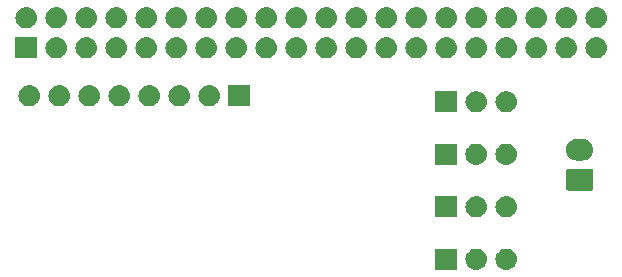
<source format=gbs>
G04 #@! TF.GenerationSoftware,KiCad,Pcbnew,5.0.2-1.fc29*
G04 #@! TF.CreationDate,2019-03-03T12:16:21+01:00*
G04 #@! TF.ProjectId,rpi-extension,7270692d-6578-4746-956e-73696f6e2e6b,rev?*
G04 #@! TF.SameCoordinates,Original*
G04 #@! TF.FileFunction,Soldermask,Bot*
G04 #@! TF.FilePolarity,Negative*
%FSLAX46Y46*%
G04 Gerber Fmt 4.6, Leading zero omitted, Abs format (unit mm)*
G04 Created by KiCad (PCBNEW 5.0.2-1.fc29) date Sun 03 Mar 2019 12:16:21 PM CET*
%MOMM*%
%LPD*%
G01*
G04 APERTURE LIST*
%ADD10C,0.100000*%
G04 APERTURE END LIST*
D10*
G36*
X129650443Y-92450519D02*
X129716627Y-92457037D01*
X129829853Y-92491384D01*
X129886467Y-92508557D01*
X130025087Y-92582652D01*
X130042991Y-92592222D01*
X130078729Y-92621552D01*
X130180186Y-92704814D01*
X130263448Y-92806271D01*
X130292778Y-92842009D01*
X130292779Y-92842011D01*
X130376443Y-92998533D01*
X130376443Y-92998534D01*
X130427963Y-93168373D01*
X130445359Y-93345000D01*
X130427963Y-93521627D01*
X130393616Y-93634853D01*
X130376443Y-93691467D01*
X130302348Y-93830087D01*
X130292778Y-93847991D01*
X130263448Y-93883729D01*
X130180186Y-93985186D01*
X130078729Y-94068448D01*
X130042991Y-94097778D01*
X130042989Y-94097779D01*
X129886467Y-94181443D01*
X129829853Y-94198616D01*
X129716627Y-94232963D01*
X129650443Y-94239481D01*
X129584260Y-94246000D01*
X129495740Y-94246000D01*
X129429557Y-94239481D01*
X129363373Y-94232963D01*
X129250147Y-94198616D01*
X129193533Y-94181443D01*
X129037011Y-94097779D01*
X129037009Y-94097778D01*
X129001271Y-94068448D01*
X128899814Y-93985186D01*
X128816552Y-93883729D01*
X128787222Y-93847991D01*
X128777652Y-93830087D01*
X128703557Y-93691467D01*
X128686384Y-93634853D01*
X128652037Y-93521627D01*
X128634641Y-93345000D01*
X128652037Y-93168373D01*
X128703557Y-92998534D01*
X128703557Y-92998533D01*
X128787221Y-92842011D01*
X128787222Y-92842009D01*
X128816552Y-92806271D01*
X128899814Y-92704814D01*
X129001271Y-92621552D01*
X129037009Y-92592222D01*
X129054913Y-92582652D01*
X129193533Y-92508557D01*
X129250147Y-92491384D01*
X129363373Y-92457037D01*
X129429557Y-92450519D01*
X129495740Y-92444000D01*
X129584260Y-92444000D01*
X129650443Y-92450519D01*
X129650443Y-92450519D01*
G37*
G36*
X127110443Y-92450519D02*
X127176627Y-92457037D01*
X127289853Y-92491384D01*
X127346467Y-92508557D01*
X127485087Y-92582652D01*
X127502991Y-92592222D01*
X127538729Y-92621552D01*
X127640186Y-92704814D01*
X127723448Y-92806271D01*
X127752778Y-92842009D01*
X127752779Y-92842011D01*
X127836443Y-92998533D01*
X127836443Y-92998534D01*
X127887963Y-93168373D01*
X127905359Y-93345000D01*
X127887963Y-93521627D01*
X127853616Y-93634853D01*
X127836443Y-93691467D01*
X127762348Y-93830087D01*
X127752778Y-93847991D01*
X127723448Y-93883729D01*
X127640186Y-93985186D01*
X127538729Y-94068448D01*
X127502991Y-94097778D01*
X127502989Y-94097779D01*
X127346467Y-94181443D01*
X127289853Y-94198616D01*
X127176627Y-94232963D01*
X127110443Y-94239481D01*
X127044260Y-94246000D01*
X126955740Y-94246000D01*
X126889557Y-94239481D01*
X126823373Y-94232963D01*
X126710147Y-94198616D01*
X126653533Y-94181443D01*
X126497011Y-94097779D01*
X126497009Y-94097778D01*
X126461271Y-94068448D01*
X126359814Y-93985186D01*
X126276552Y-93883729D01*
X126247222Y-93847991D01*
X126237652Y-93830087D01*
X126163557Y-93691467D01*
X126146384Y-93634853D01*
X126112037Y-93521627D01*
X126094641Y-93345000D01*
X126112037Y-93168373D01*
X126163557Y-92998534D01*
X126163557Y-92998533D01*
X126247221Y-92842011D01*
X126247222Y-92842009D01*
X126276552Y-92806271D01*
X126359814Y-92704814D01*
X126461271Y-92621552D01*
X126497009Y-92592222D01*
X126514913Y-92582652D01*
X126653533Y-92508557D01*
X126710147Y-92491384D01*
X126823373Y-92457037D01*
X126889557Y-92450519D01*
X126955740Y-92444000D01*
X127044260Y-92444000D01*
X127110443Y-92450519D01*
X127110443Y-92450519D01*
G37*
G36*
X125361000Y-94246000D02*
X123559000Y-94246000D01*
X123559000Y-92444000D01*
X125361000Y-92444000D01*
X125361000Y-94246000D01*
X125361000Y-94246000D01*
G37*
G36*
X125361000Y-89801000D02*
X123559000Y-89801000D01*
X123559000Y-87999000D01*
X125361000Y-87999000D01*
X125361000Y-89801000D01*
X125361000Y-89801000D01*
G37*
G36*
X127110443Y-88005519D02*
X127176627Y-88012037D01*
X127289853Y-88046384D01*
X127346467Y-88063557D01*
X127485087Y-88137652D01*
X127502991Y-88147222D01*
X127538729Y-88176552D01*
X127640186Y-88259814D01*
X127723448Y-88361271D01*
X127752778Y-88397009D01*
X127752779Y-88397011D01*
X127836443Y-88553533D01*
X127836443Y-88553534D01*
X127887963Y-88723373D01*
X127905359Y-88900000D01*
X127887963Y-89076627D01*
X127853616Y-89189853D01*
X127836443Y-89246467D01*
X127762348Y-89385087D01*
X127752778Y-89402991D01*
X127723448Y-89438729D01*
X127640186Y-89540186D01*
X127538729Y-89623448D01*
X127502991Y-89652778D01*
X127502989Y-89652779D01*
X127346467Y-89736443D01*
X127289853Y-89753616D01*
X127176627Y-89787963D01*
X127110443Y-89794481D01*
X127044260Y-89801000D01*
X126955740Y-89801000D01*
X126889557Y-89794481D01*
X126823373Y-89787963D01*
X126710147Y-89753616D01*
X126653533Y-89736443D01*
X126497011Y-89652779D01*
X126497009Y-89652778D01*
X126461271Y-89623448D01*
X126359814Y-89540186D01*
X126276552Y-89438729D01*
X126247222Y-89402991D01*
X126237652Y-89385087D01*
X126163557Y-89246467D01*
X126146384Y-89189853D01*
X126112037Y-89076627D01*
X126094641Y-88900000D01*
X126112037Y-88723373D01*
X126163557Y-88553534D01*
X126163557Y-88553533D01*
X126247221Y-88397011D01*
X126247222Y-88397009D01*
X126276552Y-88361271D01*
X126359814Y-88259814D01*
X126461271Y-88176552D01*
X126497009Y-88147222D01*
X126514913Y-88137652D01*
X126653533Y-88063557D01*
X126710147Y-88046384D01*
X126823373Y-88012037D01*
X126889557Y-88005519D01*
X126955740Y-87999000D01*
X127044260Y-87999000D01*
X127110443Y-88005519D01*
X127110443Y-88005519D01*
G37*
G36*
X129650443Y-88005519D02*
X129716627Y-88012037D01*
X129829853Y-88046384D01*
X129886467Y-88063557D01*
X130025087Y-88137652D01*
X130042991Y-88147222D01*
X130078729Y-88176552D01*
X130180186Y-88259814D01*
X130263448Y-88361271D01*
X130292778Y-88397009D01*
X130292779Y-88397011D01*
X130376443Y-88553533D01*
X130376443Y-88553534D01*
X130427963Y-88723373D01*
X130445359Y-88900000D01*
X130427963Y-89076627D01*
X130393616Y-89189853D01*
X130376443Y-89246467D01*
X130302348Y-89385087D01*
X130292778Y-89402991D01*
X130263448Y-89438729D01*
X130180186Y-89540186D01*
X130078729Y-89623448D01*
X130042991Y-89652778D01*
X130042989Y-89652779D01*
X129886467Y-89736443D01*
X129829853Y-89753616D01*
X129716627Y-89787963D01*
X129650443Y-89794481D01*
X129584260Y-89801000D01*
X129495740Y-89801000D01*
X129429557Y-89794481D01*
X129363373Y-89787963D01*
X129250147Y-89753616D01*
X129193533Y-89736443D01*
X129037011Y-89652779D01*
X129037009Y-89652778D01*
X129001271Y-89623448D01*
X128899814Y-89540186D01*
X128816552Y-89438729D01*
X128787222Y-89402991D01*
X128777652Y-89385087D01*
X128703557Y-89246467D01*
X128686384Y-89189853D01*
X128652037Y-89076627D01*
X128634641Y-88900000D01*
X128652037Y-88723373D01*
X128703557Y-88553534D01*
X128703557Y-88553533D01*
X128787221Y-88397011D01*
X128787222Y-88397009D01*
X128816552Y-88361271D01*
X128899814Y-88259814D01*
X129001271Y-88176552D01*
X129037009Y-88147222D01*
X129054913Y-88137652D01*
X129193533Y-88063557D01*
X129250147Y-88046384D01*
X129363373Y-88012037D01*
X129429557Y-88005519D01*
X129495740Y-87999000D01*
X129584260Y-87999000D01*
X129650443Y-88005519D01*
X129650443Y-88005519D01*
G37*
G36*
X136772560Y-85696966D02*
X136805383Y-85706923D01*
X136835632Y-85723092D01*
X136862148Y-85744852D01*
X136883908Y-85771368D01*
X136900077Y-85801617D01*
X136910034Y-85834440D01*
X136914000Y-85874712D01*
X136914000Y-87353288D01*
X136910034Y-87393560D01*
X136900077Y-87426383D01*
X136883908Y-87456632D01*
X136862148Y-87483148D01*
X136835632Y-87504908D01*
X136805383Y-87521077D01*
X136772560Y-87531034D01*
X136732288Y-87535000D01*
X134793712Y-87535000D01*
X134753440Y-87531034D01*
X134720617Y-87521077D01*
X134690368Y-87504908D01*
X134663852Y-87483148D01*
X134642092Y-87456632D01*
X134625923Y-87426383D01*
X134615966Y-87393560D01*
X134612000Y-87353288D01*
X134612000Y-85874712D01*
X134615966Y-85834440D01*
X134625923Y-85801617D01*
X134642092Y-85771368D01*
X134663852Y-85744852D01*
X134690368Y-85723092D01*
X134720617Y-85706923D01*
X134753440Y-85696966D01*
X134793712Y-85693000D01*
X136732288Y-85693000D01*
X136772560Y-85696966D01*
X136772560Y-85696966D01*
G37*
G36*
X129643584Y-83559843D02*
X129716627Y-83567037D01*
X129829853Y-83601384D01*
X129886467Y-83618557D01*
X130025087Y-83692652D01*
X130042991Y-83702222D01*
X130064461Y-83719842D01*
X130180186Y-83814814D01*
X130244723Y-83893454D01*
X130292778Y-83952009D01*
X130292779Y-83952011D01*
X130376443Y-84108533D01*
X130376443Y-84108534D01*
X130427963Y-84278373D01*
X130445359Y-84455000D01*
X130427963Y-84631627D01*
X130393616Y-84744853D01*
X130376443Y-84801467D01*
X130353982Y-84843488D01*
X130292778Y-84957991D01*
X130273342Y-84981674D01*
X130180186Y-85095186D01*
X130078729Y-85178448D01*
X130042991Y-85207778D01*
X130042989Y-85207779D01*
X129886467Y-85291443D01*
X129829853Y-85308616D01*
X129716627Y-85342963D01*
X129650442Y-85349482D01*
X129584260Y-85356000D01*
X129495740Y-85356000D01*
X129429558Y-85349482D01*
X129363373Y-85342963D01*
X129250147Y-85308616D01*
X129193533Y-85291443D01*
X129037011Y-85207779D01*
X129037009Y-85207778D01*
X129001271Y-85178448D01*
X128899814Y-85095186D01*
X128806658Y-84981674D01*
X128787222Y-84957991D01*
X128726018Y-84843488D01*
X128703557Y-84801467D01*
X128686384Y-84744853D01*
X128652037Y-84631627D01*
X128634641Y-84455000D01*
X128652037Y-84278373D01*
X128703557Y-84108534D01*
X128703557Y-84108533D01*
X128787221Y-83952011D01*
X128787222Y-83952009D01*
X128835277Y-83893454D01*
X128899814Y-83814814D01*
X129015539Y-83719842D01*
X129037009Y-83702222D01*
X129054913Y-83692652D01*
X129193533Y-83618557D01*
X129250147Y-83601384D01*
X129363373Y-83567037D01*
X129436416Y-83559843D01*
X129495740Y-83554000D01*
X129584260Y-83554000D01*
X129643584Y-83559843D01*
X129643584Y-83559843D01*
G37*
G36*
X127103584Y-83559843D02*
X127176627Y-83567037D01*
X127289853Y-83601384D01*
X127346467Y-83618557D01*
X127485087Y-83692652D01*
X127502991Y-83702222D01*
X127524461Y-83719842D01*
X127640186Y-83814814D01*
X127704723Y-83893454D01*
X127752778Y-83952009D01*
X127752779Y-83952011D01*
X127836443Y-84108533D01*
X127836443Y-84108534D01*
X127887963Y-84278373D01*
X127905359Y-84455000D01*
X127887963Y-84631627D01*
X127853616Y-84744853D01*
X127836443Y-84801467D01*
X127813982Y-84843488D01*
X127752778Y-84957991D01*
X127733342Y-84981674D01*
X127640186Y-85095186D01*
X127538729Y-85178448D01*
X127502991Y-85207778D01*
X127502989Y-85207779D01*
X127346467Y-85291443D01*
X127289853Y-85308616D01*
X127176627Y-85342963D01*
X127110442Y-85349482D01*
X127044260Y-85356000D01*
X126955740Y-85356000D01*
X126889558Y-85349482D01*
X126823373Y-85342963D01*
X126710147Y-85308616D01*
X126653533Y-85291443D01*
X126497011Y-85207779D01*
X126497009Y-85207778D01*
X126461271Y-85178448D01*
X126359814Y-85095186D01*
X126266658Y-84981674D01*
X126247222Y-84957991D01*
X126186018Y-84843488D01*
X126163557Y-84801467D01*
X126146384Y-84744853D01*
X126112037Y-84631627D01*
X126094641Y-84455000D01*
X126112037Y-84278373D01*
X126163557Y-84108534D01*
X126163557Y-84108533D01*
X126247221Y-83952011D01*
X126247222Y-83952009D01*
X126295277Y-83893454D01*
X126359814Y-83814814D01*
X126475539Y-83719842D01*
X126497009Y-83702222D01*
X126514913Y-83692652D01*
X126653533Y-83618557D01*
X126710147Y-83601384D01*
X126823373Y-83567037D01*
X126896416Y-83559843D01*
X126955740Y-83554000D01*
X127044260Y-83554000D01*
X127103584Y-83559843D01*
X127103584Y-83559843D01*
G37*
G36*
X125361000Y-85356000D02*
X123559000Y-85356000D01*
X123559000Y-83554000D01*
X125361000Y-83554000D01*
X125361000Y-85356000D01*
X125361000Y-85356000D01*
G37*
G36*
X136083345Y-83157442D02*
X136173548Y-83166326D01*
X136289287Y-83201435D01*
X136347158Y-83218990D01*
X136432679Y-83264702D01*
X136507156Y-83304511D01*
X136647396Y-83419604D01*
X136762489Y-83559844D01*
X136793872Y-83618557D01*
X136848010Y-83719842D01*
X136848010Y-83719843D01*
X136900674Y-83893452D01*
X136918456Y-84074000D01*
X136900674Y-84254548D01*
X136893446Y-84278375D01*
X136848010Y-84428158D01*
X136802298Y-84513679D01*
X136762489Y-84588156D01*
X136647396Y-84728396D01*
X136507156Y-84843489D01*
X136432679Y-84883298D01*
X136347158Y-84929010D01*
X136289287Y-84946565D01*
X136173548Y-84981674D01*
X136083345Y-84990558D01*
X136038245Y-84995000D01*
X135487755Y-84995000D01*
X135442655Y-84990558D01*
X135352452Y-84981674D01*
X135236713Y-84946565D01*
X135178842Y-84929010D01*
X135093321Y-84883298D01*
X135018844Y-84843489D01*
X134878604Y-84728396D01*
X134763511Y-84588156D01*
X134723702Y-84513679D01*
X134677990Y-84428158D01*
X134632554Y-84278375D01*
X134625326Y-84254548D01*
X134607544Y-84074000D01*
X134625326Y-83893452D01*
X134677990Y-83719843D01*
X134677990Y-83719842D01*
X134732128Y-83618557D01*
X134763511Y-83559844D01*
X134878604Y-83419604D01*
X135018844Y-83304511D01*
X135093321Y-83264702D01*
X135178842Y-83218990D01*
X135236713Y-83201435D01*
X135352452Y-83166326D01*
X135442655Y-83157442D01*
X135487755Y-83153000D01*
X136038245Y-83153000D01*
X136083345Y-83157442D01*
X136083345Y-83157442D01*
G37*
G36*
X125361000Y-80911000D02*
X123559000Y-80911000D01*
X123559000Y-79109000D01*
X125361000Y-79109000D01*
X125361000Y-80911000D01*
X125361000Y-80911000D01*
G37*
G36*
X127110443Y-79115519D02*
X127176627Y-79122037D01*
X127287049Y-79155533D01*
X127346467Y-79173557D01*
X127485087Y-79247652D01*
X127502991Y-79257222D01*
X127538729Y-79286552D01*
X127640186Y-79369814D01*
X127723448Y-79471271D01*
X127752778Y-79507009D01*
X127752779Y-79507011D01*
X127836443Y-79663533D01*
X127853616Y-79720147D01*
X127887963Y-79833373D01*
X127905359Y-80010000D01*
X127887963Y-80186627D01*
X127867289Y-80254779D01*
X127836443Y-80356467D01*
X127811570Y-80403000D01*
X127752778Y-80512991D01*
X127723448Y-80548729D01*
X127640186Y-80650186D01*
X127538729Y-80733448D01*
X127502991Y-80762778D01*
X127502989Y-80762779D01*
X127346467Y-80846443D01*
X127289853Y-80863616D01*
X127176627Y-80897963D01*
X127110442Y-80904482D01*
X127044260Y-80911000D01*
X126955740Y-80911000D01*
X126889558Y-80904482D01*
X126823373Y-80897963D01*
X126710147Y-80863616D01*
X126653533Y-80846443D01*
X126497011Y-80762779D01*
X126497009Y-80762778D01*
X126461271Y-80733448D01*
X126359814Y-80650186D01*
X126276552Y-80548729D01*
X126247222Y-80512991D01*
X126188430Y-80403000D01*
X126163557Y-80356467D01*
X126132711Y-80254779D01*
X126112037Y-80186627D01*
X126094641Y-80010000D01*
X126112037Y-79833373D01*
X126146384Y-79720147D01*
X126163557Y-79663533D01*
X126247221Y-79507011D01*
X126247222Y-79507009D01*
X126276552Y-79471271D01*
X126359814Y-79369814D01*
X126461271Y-79286552D01*
X126497009Y-79257222D01*
X126514913Y-79247652D01*
X126653533Y-79173557D01*
X126712951Y-79155533D01*
X126823373Y-79122037D01*
X126889557Y-79115519D01*
X126955740Y-79109000D01*
X127044260Y-79109000D01*
X127110443Y-79115519D01*
X127110443Y-79115519D01*
G37*
G36*
X129650443Y-79115519D02*
X129716627Y-79122037D01*
X129827049Y-79155533D01*
X129886467Y-79173557D01*
X130025087Y-79247652D01*
X130042991Y-79257222D01*
X130078729Y-79286552D01*
X130180186Y-79369814D01*
X130263448Y-79471271D01*
X130292778Y-79507009D01*
X130292779Y-79507011D01*
X130376443Y-79663533D01*
X130393616Y-79720147D01*
X130427963Y-79833373D01*
X130445359Y-80010000D01*
X130427963Y-80186627D01*
X130407289Y-80254779D01*
X130376443Y-80356467D01*
X130351570Y-80403000D01*
X130292778Y-80512991D01*
X130263448Y-80548729D01*
X130180186Y-80650186D01*
X130078729Y-80733448D01*
X130042991Y-80762778D01*
X130042989Y-80762779D01*
X129886467Y-80846443D01*
X129829853Y-80863616D01*
X129716627Y-80897963D01*
X129650442Y-80904482D01*
X129584260Y-80911000D01*
X129495740Y-80911000D01*
X129429558Y-80904482D01*
X129363373Y-80897963D01*
X129250147Y-80863616D01*
X129193533Y-80846443D01*
X129037011Y-80762779D01*
X129037009Y-80762778D01*
X129001271Y-80733448D01*
X128899814Y-80650186D01*
X128816552Y-80548729D01*
X128787222Y-80512991D01*
X128728430Y-80403000D01*
X128703557Y-80356467D01*
X128672711Y-80254779D01*
X128652037Y-80186627D01*
X128634641Y-80010000D01*
X128652037Y-79833373D01*
X128686384Y-79720147D01*
X128703557Y-79663533D01*
X128787221Y-79507011D01*
X128787222Y-79507009D01*
X128816552Y-79471271D01*
X128899814Y-79369814D01*
X129001271Y-79286552D01*
X129037009Y-79257222D01*
X129054913Y-79247652D01*
X129193533Y-79173557D01*
X129252951Y-79155533D01*
X129363373Y-79122037D01*
X129429557Y-79115519D01*
X129495740Y-79109000D01*
X129584260Y-79109000D01*
X129650443Y-79115519D01*
X129650443Y-79115519D01*
G37*
G36*
X96884442Y-78607518D02*
X96950627Y-78614037D01*
X97063853Y-78648384D01*
X97120467Y-78665557D01*
X97259087Y-78739652D01*
X97276991Y-78749222D01*
X97312729Y-78778552D01*
X97414186Y-78861814D01*
X97497448Y-78963271D01*
X97526778Y-78999009D01*
X97526779Y-78999011D01*
X97610443Y-79155533D01*
X97610443Y-79155534D01*
X97661963Y-79325373D01*
X97679359Y-79502000D01*
X97661963Y-79678627D01*
X97627616Y-79791853D01*
X97610443Y-79848467D01*
X97536348Y-79987087D01*
X97526778Y-80004991D01*
X97522667Y-80010000D01*
X97414186Y-80142186D01*
X97312729Y-80225448D01*
X97276991Y-80254778D01*
X97276989Y-80254779D01*
X97120467Y-80338443D01*
X97063853Y-80355616D01*
X96950627Y-80389963D01*
X96884442Y-80396482D01*
X96818260Y-80403000D01*
X96729740Y-80403000D01*
X96663558Y-80396482D01*
X96597373Y-80389963D01*
X96484147Y-80355616D01*
X96427533Y-80338443D01*
X96271011Y-80254779D01*
X96271009Y-80254778D01*
X96235271Y-80225448D01*
X96133814Y-80142186D01*
X96025333Y-80010000D01*
X96021222Y-80004991D01*
X96011652Y-79987087D01*
X95937557Y-79848467D01*
X95920384Y-79791853D01*
X95886037Y-79678627D01*
X95868641Y-79502000D01*
X95886037Y-79325373D01*
X95937557Y-79155534D01*
X95937557Y-79155533D01*
X96021221Y-78999011D01*
X96021222Y-78999009D01*
X96050552Y-78963271D01*
X96133814Y-78861814D01*
X96235271Y-78778552D01*
X96271009Y-78749222D01*
X96288913Y-78739652D01*
X96427533Y-78665557D01*
X96484147Y-78648384D01*
X96597373Y-78614037D01*
X96663558Y-78607518D01*
X96729740Y-78601000D01*
X96818260Y-78601000D01*
X96884442Y-78607518D01*
X96884442Y-78607518D01*
G37*
G36*
X104504442Y-78607518D02*
X104570627Y-78614037D01*
X104683853Y-78648384D01*
X104740467Y-78665557D01*
X104879087Y-78739652D01*
X104896991Y-78749222D01*
X104932729Y-78778552D01*
X105034186Y-78861814D01*
X105117448Y-78963271D01*
X105146778Y-78999009D01*
X105146779Y-78999011D01*
X105230443Y-79155533D01*
X105230443Y-79155534D01*
X105281963Y-79325373D01*
X105299359Y-79502000D01*
X105281963Y-79678627D01*
X105247616Y-79791853D01*
X105230443Y-79848467D01*
X105156348Y-79987087D01*
X105146778Y-80004991D01*
X105142667Y-80010000D01*
X105034186Y-80142186D01*
X104932729Y-80225448D01*
X104896991Y-80254778D01*
X104896989Y-80254779D01*
X104740467Y-80338443D01*
X104683853Y-80355616D01*
X104570627Y-80389963D01*
X104504442Y-80396482D01*
X104438260Y-80403000D01*
X104349740Y-80403000D01*
X104283558Y-80396482D01*
X104217373Y-80389963D01*
X104104147Y-80355616D01*
X104047533Y-80338443D01*
X103891011Y-80254779D01*
X103891009Y-80254778D01*
X103855271Y-80225448D01*
X103753814Y-80142186D01*
X103645333Y-80010000D01*
X103641222Y-80004991D01*
X103631652Y-79987087D01*
X103557557Y-79848467D01*
X103540384Y-79791853D01*
X103506037Y-79678627D01*
X103488641Y-79502000D01*
X103506037Y-79325373D01*
X103557557Y-79155534D01*
X103557557Y-79155533D01*
X103641221Y-78999011D01*
X103641222Y-78999009D01*
X103670552Y-78963271D01*
X103753814Y-78861814D01*
X103855271Y-78778552D01*
X103891009Y-78749222D01*
X103908913Y-78739652D01*
X104047533Y-78665557D01*
X104104147Y-78648384D01*
X104217373Y-78614037D01*
X104283558Y-78607518D01*
X104349740Y-78601000D01*
X104438260Y-78601000D01*
X104504442Y-78607518D01*
X104504442Y-78607518D01*
G37*
G36*
X107835000Y-80403000D02*
X106033000Y-80403000D01*
X106033000Y-78601000D01*
X107835000Y-78601000D01*
X107835000Y-80403000D01*
X107835000Y-80403000D01*
G37*
G36*
X101964442Y-78607518D02*
X102030627Y-78614037D01*
X102143853Y-78648384D01*
X102200467Y-78665557D01*
X102339087Y-78739652D01*
X102356991Y-78749222D01*
X102392729Y-78778552D01*
X102494186Y-78861814D01*
X102577448Y-78963271D01*
X102606778Y-78999009D01*
X102606779Y-78999011D01*
X102690443Y-79155533D01*
X102690443Y-79155534D01*
X102741963Y-79325373D01*
X102759359Y-79502000D01*
X102741963Y-79678627D01*
X102707616Y-79791853D01*
X102690443Y-79848467D01*
X102616348Y-79987087D01*
X102606778Y-80004991D01*
X102602667Y-80010000D01*
X102494186Y-80142186D01*
X102392729Y-80225448D01*
X102356991Y-80254778D01*
X102356989Y-80254779D01*
X102200467Y-80338443D01*
X102143853Y-80355616D01*
X102030627Y-80389963D01*
X101964442Y-80396482D01*
X101898260Y-80403000D01*
X101809740Y-80403000D01*
X101743558Y-80396482D01*
X101677373Y-80389963D01*
X101564147Y-80355616D01*
X101507533Y-80338443D01*
X101351011Y-80254779D01*
X101351009Y-80254778D01*
X101315271Y-80225448D01*
X101213814Y-80142186D01*
X101105333Y-80010000D01*
X101101222Y-80004991D01*
X101091652Y-79987087D01*
X101017557Y-79848467D01*
X101000384Y-79791853D01*
X100966037Y-79678627D01*
X100948641Y-79502000D01*
X100966037Y-79325373D01*
X101017557Y-79155534D01*
X101017557Y-79155533D01*
X101101221Y-78999011D01*
X101101222Y-78999009D01*
X101130552Y-78963271D01*
X101213814Y-78861814D01*
X101315271Y-78778552D01*
X101351009Y-78749222D01*
X101368913Y-78739652D01*
X101507533Y-78665557D01*
X101564147Y-78648384D01*
X101677373Y-78614037D01*
X101743558Y-78607518D01*
X101809740Y-78601000D01*
X101898260Y-78601000D01*
X101964442Y-78607518D01*
X101964442Y-78607518D01*
G37*
G36*
X99424442Y-78607518D02*
X99490627Y-78614037D01*
X99603853Y-78648384D01*
X99660467Y-78665557D01*
X99799087Y-78739652D01*
X99816991Y-78749222D01*
X99852729Y-78778552D01*
X99954186Y-78861814D01*
X100037448Y-78963271D01*
X100066778Y-78999009D01*
X100066779Y-78999011D01*
X100150443Y-79155533D01*
X100150443Y-79155534D01*
X100201963Y-79325373D01*
X100219359Y-79502000D01*
X100201963Y-79678627D01*
X100167616Y-79791853D01*
X100150443Y-79848467D01*
X100076348Y-79987087D01*
X100066778Y-80004991D01*
X100062667Y-80010000D01*
X99954186Y-80142186D01*
X99852729Y-80225448D01*
X99816991Y-80254778D01*
X99816989Y-80254779D01*
X99660467Y-80338443D01*
X99603853Y-80355616D01*
X99490627Y-80389963D01*
X99424442Y-80396482D01*
X99358260Y-80403000D01*
X99269740Y-80403000D01*
X99203558Y-80396482D01*
X99137373Y-80389963D01*
X99024147Y-80355616D01*
X98967533Y-80338443D01*
X98811011Y-80254779D01*
X98811009Y-80254778D01*
X98775271Y-80225448D01*
X98673814Y-80142186D01*
X98565333Y-80010000D01*
X98561222Y-80004991D01*
X98551652Y-79987087D01*
X98477557Y-79848467D01*
X98460384Y-79791853D01*
X98426037Y-79678627D01*
X98408641Y-79502000D01*
X98426037Y-79325373D01*
X98477557Y-79155534D01*
X98477557Y-79155533D01*
X98561221Y-78999011D01*
X98561222Y-78999009D01*
X98590552Y-78963271D01*
X98673814Y-78861814D01*
X98775271Y-78778552D01*
X98811009Y-78749222D01*
X98828913Y-78739652D01*
X98967533Y-78665557D01*
X99024147Y-78648384D01*
X99137373Y-78614037D01*
X99203558Y-78607518D01*
X99269740Y-78601000D01*
X99358260Y-78601000D01*
X99424442Y-78607518D01*
X99424442Y-78607518D01*
G37*
G36*
X94344442Y-78607518D02*
X94410627Y-78614037D01*
X94523853Y-78648384D01*
X94580467Y-78665557D01*
X94719087Y-78739652D01*
X94736991Y-78749222D01*
X94772729Y-78778552D01*
X94874186Y-78861814D01*
X94957448Y-78963271D01*
X94986778Y-78999009D01*
X94986779Y-78999011D01*
X95070443Y-79155533D01*
X95070443Y-79155534D01*
X95121963Y-79325373D01*
X95139359Y-79502000D01*
X95121963Y-79678627D01*
X95087616Y-79791853D01*
X95070443Y-79848467D01*
X94996348Y-79987087D01*
X94986778Y-80004991D01*
X94982667Y-80010000D01*
X94874186Y-80142186D01*
X94772729Y-80225448D01*
X94736991Y-80254778D01*
X94736989Y-80254779D01*
X94580467Y-80338443D01*
X94523853Y-80355616D01*
X94410627Y-80389963D01*
X94344442Y-80396482D01*
X94278260Y-80403000D01*
X94189740Y-80403000D01*
X94123558Y-80396482D01*
X94057373Y-80389963D01*
X93944147Y-80355616D01*
X93887533Y-80338443D01*
X93731011Y-80254779D01*
X93731009Y-80254778D01*
X93695271Y-80225448D01*
X93593814Y-80142186D01*
X93485333Y-80010000D01*
X93481222Y-80004991D01*
X93471652Y-79987087D01*
X93397557Y-79848467D01*
X93380384Y-79791853D01*
X93346037Y-79678627D01*
X93328641Y-79502000D01*
X93346037Y-79325373D01*
X93397557Y-79155534D01*
X93397557Y-79155533D01*
X93481221Y-78999011D01*
X93481222Y-78999009D01*
X93510552Y-78963271D01*
X93593814Y-78861814D01*
X93695271Y-78778552D01*
X93731009Y-78749222D01*
X93748913Y-78739652D01*
X93887533Y-78665557D01*
X93944147Y-78648384D01*
X94057373Y-78614037D01*
X94123558Y-78607518D01*
X94189740Y-78601000D01*
X94278260Y-78601000D01*
X94344442Y-78607518D01*
X94344442Y-78607518D01*
G37*
G36*
X91804442Y-78607518D02*
X91870627Y-78614037D01*
X91983853Y-78648384D01*
X92040467Y-78665557D01*
X92179087Y-78739652D01*
X92196991Y-78749222D01*
X92232729Y-78778552D01*
X92334186Y-78861814D01*
X92417448Y-78963271D01*
X92446778Y-78999009D01*
X92446779Y-78999011D01*
X92530443Y-79155533D01*
X92530443Y-79155534D01*
X92581963Y-79325373D01*
X92599359Y-79502000D01*
X92581963Y-79678627D01*
X92547616Y-79791853D01*
X92530443Y-79848467D01*
X92456348Y-79987087D01*
X92446778Y-80004991D01*
X92442667Y-80010000D01*
X92334186Y-80142186D01*
X92232729Y-80225448D01*
X92196991Y-80254778D01*
X92196989Y-80254779D01*
X92040467Y-80338443D01*
X91983853Y-80355616D01*
X91870627Y-80389963D01*
X91804442Y-80396482D01*
X91738260Y-80403000D01*
X91649740Y-80403000D01*
X91583558Y-80396482D01*
X91517373Y-80389963D01*
X91404147Y-80355616D01*
X91347533Y-80338443D01*
X91191011Y-80254779D01*
X91191009Y-80254778D01*
X91155271Y-80225448D01*
X91053814Y-80142186D01*
X90945333Y-80010000D01*
X90941222Y-80004991D01*
X90931652Y-79987087D01*
X90857557Y-79848467D01*
X90840384Y-79791853D01*
X90806037Y-79678627D01*
X90788641Y-79502000D01*
X90806037Y-79325373D01*
X90857557Y-79155534D01*
X90857557Y-79155533D01*
X90941221Y-78999011D01*
X90941222Y-78999009D01*
X90970552Y-78963271D01*
X91053814Y-78861814D01*
X91155271Y-78778552D01*
X91191009Y-78749222D01*
X91208913Y-78739652D01*
X91347533Y-78665557D01*
X91404147Y-78648384D01*
X91517373Y-78614037D01*
X91583558Y-78607518D01*
X91649740Y-78601000D01*
X91738260Y-78601000D01*
X91804442Y-78607518D01*
X91804442Y-78607518D01*
G37*
G36*
X89264442Y-78607518D02*
X89330627Y-78614037D01*
X89443853Y-78648384D01*
X89500467Y-78665557D01*
X89639087Y-78739652D01*
X89656991Y-78749222D01*
X89692729Y-78778552D01*
X89794186Y-78861814D01*
X89877448Y-78963271D01*
X89906778Y-78999009D01*
X89906779Y-78999011D01*
X89990443Y-79155533D01*
X89990443Y-79155534D01*
X90041963Y-79325373D01*
X90059359Y-79502000D01*
X90041963Y-79678627D01*
X90007616Y-79791853D01*
X89990443Y-79848467D01*
X89916348Y-79987087D01*
X89906778Y-80004991D01*
X89902667Y-80010000D01*
X89794186Y-80142186D01*
X89692729Y-80225448D01*
X89656991Y-80254778D01*
X89656989Y-80254779D01*
X89500467Y-80338443D01*
X89443853Y-80355616D01*
X89330627Y-80389963D01*
X89264442Y-80396482D01*
X89198260Y-80403000D01*
X89109740Y-80403000D01*
X89043558Y-80396482D01*
X88977373Y-80389963D01*
X88864147Y-80355616D01*
X88807533Y-80338443D01*
X88651011Y-80254779D01*
X88651009Y-80254778D01*
X88615271Y-80225448D01*
X88513814Y-80142186D01*
X88405333Y-80010000D01*
X88401222Y-80004991D01*
X88391652Y-79987087D01*
X88317557Y-79848467D01*
X88300384Y-79791853D01*
X88266037Y-79678627D01*
X88248641Y-79502000D01*
X88266037Y-79325373D01*
X88317557Y-79155534D01*
X88317557Y-79155533D01*
X88401221Y-78999011D01*
X88401222Y-78999009D01*
X88430552Y-78963271D01*
X88513814Y-78861814D01*
X88615271Y-78778552D01*
X88651009Y-78749222D01*
X88668913Y-78739652D01*
X88807533Y-78665557D01*
X88864147Y-78648384D01*
X88977373Y-78614037D01*
X89043558Y-78607518D01*
X89109740Y-78601000D01*
X89198260Y-78601000D01*
X89264442Y-78607518D01*
X89264442Y-78607518D01*
G37*
G36*
X89801000Y-76339000D02*
X87999000Y-76339000D01*
X87999000Y-74537000D01*
X89801000Y-74537000D01*
X89801000Y-76339000D01*
X89801000Y-76339000D01*
G37*
G36*
X91550443Y-74543519D02*
X91616627Y-74550037D01*
X91729853Y-74584384D01*
X91786467Y-74601557D01*
X91925087Y-74675652D01*
X91942991Y-74685222D01*
X91978729Y-74714552D01*
X92080186Y-74797814D01*
X92163448Y-74899271D01*
X92192778Y-74935009D01*
X92192779Y-74935011D01*
X92276443Y-75091533D01*
X92276443Y-75091534D01*
X92327963Y-75261373D01*
X92345359Y-75438000D01*
X92327963Y-75614627D01*
X92293616Y-75727853D01*
X92276443Y-75784467D01*
X92202348Y-75923087D01*
X92192778Y-75940991D01*
X92163448Y-75976729D01*
X92080186Y-76078186D01*
X91978729Y-76161448D01*
X91942991Y-76190778D01*
X91942989Y-76190779D01*
X91786467Y-76274443D01*
X91729853Y-76291616D01*
X91616627Y-76325963D01*
X91550442Y-76332482D01*
X91484260Y-76339000D01*
X91395740Y-76339000D01*
X91329558Y-76332482D01*
X91263373Y-76325963D01*
X91150147Y-76291616D01*
X91093533Y-76274443D01*
X90937011Y-76190779D01*
X90937009Y-76190778D01*
X90901271Y-76161448D01*
X90799814Y-76078186D01*
X90716552Y-75976729D01*
X90687222Y-75940991D01*
X90677652Y-75923087D01*
X90603557Y-75784467D01*
X90586384Y-75727853D01*
X90552037Y-75614627D01*
X90534641Y-75438000D01*
X90552037Y-75261373D01*
X90603557Y-75091534D01*
X90603557Y-75091533D01*
X90687221Y-74935011D01*
X90687222Y-74935009D01*
X90716552Y-74899271D01*
X90799814Y-74797814D01*
X90901271Y-74714552D01*
X90937009Y-74685222D01*
X90954913Y-74675652D01*
X91093533Y-74601557D01*
X91150147Y-74584384D01*
X91263373Y-74550037D01*
X91329557Y-74543519D01*
X91395740Y-74537000D01*
X91484260Y-74537000D01*
X91550443Y-74543519D01*
X91550443Y-74543519D01*
G37*
G36*
X94090443Y-74543519D02*
X94156627Y-74550037D01*
X94269853Y-74584384D01*
X94326467Y-74601557D01*
X94465087Y-74675652D01*
X94482991Y-74685222D01*
X94518729Y-74714552D01*
X94620186Y-74797814D01*
X94703448Y-74899271D01*
X94732778Y-74935009D01*
X94732779Y-74935011D01*
X94816443Y-75091533D01*
X94816443Y-75091534D01*
X94867963Y-75261373D01*
X94885359Y-75438000D01*
X94867963Y-75614627D01*
X94833616Y-75727853D01*
X94816443Y-75784467D01*
X94742348Y-75923087D01*
X94732778Y-75940991D01*
X94703448Y-75976729D01*
X94620186Y-76078186D01*
X94518729Y-76161448D01*
X94482991Y-76190778D01*
X94482989Y-76190779D01*
X94326467Y-76274443D01*
X94269853Y-76291616D01*
X94156627Y-76325963D01*
X94090442Y-76332482D01*
X94024260Y-76339000D01*
X93935740Y-76339000D01*
X93869558Y-76332482D01*
X93803373Y-76325963D01*
X93690147Y-76291616D01*
X93633533Y-76274443D01*
X93477011Y-76190779D01*
X93477009Y-76190778D01*
X93441271Y-76161448D01*
X93339814Y-76078186D01*
X93256552Y-75976729D01*
X93227222Y-75940991D01*
X93217652Y-75923087D01*
X93143557Y-75784467D01*
X93126384Y-75727853D01*
X93092037Y-75614627D01*
X93074641Y-75438000D01*
X93092037Y-75261373D01*
X93143557Y-75091534D01*
X93143557Y-75091533D01*
X93227221Y-74935011D01*
X93227222Y-74935009D01*
X93256552Y-74899271D01*
X93339814Y-74797814D01*
X93441271Y-74714552D01*
X93477009Y-74685222D01*
X93494913Y-74675652D01*
X93633533Y-74601557D01*
X93690147Y-74584384D01*
X93803373Y-74550037D01*
X93869557Y-74543519D01*
X93935740Y-74537000D01*
X94024260Y-74537000D01*
X94090443Y-74543519D01*
X94090443Y-74543519D01*
G37*
G36*
X96630443Y-74543519D02*
X96696627Y-74550037D01*
X96809853Y-74584384D01*
X96866467Y-74601557D01*
X97005087Y-74675652D01*
X97022991Y-74685222D01*
X97058729Y-74714552D01*
X97160186Y-74797814D01*
X97243448Y-74899271D01*
X97272778Y-74935009D01*
X97272779Y-74935011D01*
X97356443Y-75091533D01*
X97356443Y-75091534D01*
X97407963Y-75261373D01*
X97425359Y-75438000D01*
X97407963Y-75614627D01*
X97373616Y-75727853D01*
X97356443Y-75784467D01*
X97282348Y-75923087D01*
X97272778Y-75940991D01*
X97243448Y-75976729D01*
X97160186Y-76078186D01*
X97058729Y-76161448D01*
X97022991Y-76190778D01*
X97022989Y-76190779D01*
X96866467Y-76274443D01*
X96809853Y-76291616D01*
X96696627Y-76325963D01*
X96630442Y-76332482D01*
X96564260Y-76339000D01*
X96475740Y-76339000D01*
X96409558Y-76332482D01*
X96343373Y-76325963D01*
X96230147Y-76291616D01*
X96173533Y-76274443D01*
X96017011Y-76190779D01*
X96017009Y-76190778D01*
X95981271Y-76161448D01*
X95879814Y-76078186D01*
X95796552Y-75976729D01*
X95767222Y-75940991D01*
X95757652Y-75923087D01*
X95683557Y-75784467D01*
X95666384Y-75727853D01*
X95632037Y-75614627D01*
X95614641Y-75438000D01*
X95632037Y-75261373D01*
X95683557Y-75091534D01*
X95683557Y-75091533D01*
X95767221Y-74935011D01*
X95767222Y-74935009D01*
X95796552Y-74899271D01*
X95879814Y-74797814D01*
X95981271Y-74714552D01*
X96017009Y-74685222D01*
X96034913Y-74675652D01*
X96173533Y-74601557D01*
X96230147Y-74584384D01*
X96343373Y-74550037D01*
X96409557Y-74543519D01*
X96475740Y-74537000D01*
X96564260Y-74537000D01*
X96630443Y-74543519D01*
X96630443Y-74543519D01*
G37*
G36*
X99170443Y-74543519D02*
X99236627Y-74550037D01*
X99349853Y-74584384D01*
X99406467Y-74601557D01*
X99545087Y-74675652D01*
X99562991Y-74685222D01*
X99598729Y-74714552D01*
X99700186Y-74797814D01*
X99783448Y-74899271D01*
X99812778Y-74935009D01*
X99812779Y-74935011D01*
X99896443Y-75091533D01*
X99896443Y-75091534D01*
X99947963Y-75261373D01*
X99965359Y-75438000D01*
X99947963Y-75614627D01*
X99913616Y-75727853D01*
X99896443Y-75784467D01*
X99822348Y-75923087D01*
X99812778Y-75940991D01*
X99783448Y-75976729D01*
X99700186Y-76078186D01*
X99598729Y-76161448D01*
X99562991Y-76190778D01*
X99562989Y-76190779D01*
X99406467Y-76274443D01*
X99349853Y-76291616D01*
X99236627Y-76325963D01*
X99170442Y-76332482D01*
X99104260Y-76339000D01*
X99015740Y-76339000D01*
X98949558Y-76332482D01*
X98883373Y-76325963D01*
X98770147Y-76291616D01*
X98713533Y-76274443D01*
X98557011Y-76190779D01*
X98557009Y-76190778D01*
X98521271Y-76161448D01*
X98419814Y-76078186D01*
X98336552Y-75976729D01*
X98307222Y-75940991D01*
X98297652Y-75923087D01*
X98223557Y-75784467D01*
X98206384Y-75727853D01*
X98172037Y-75614627D01*
X98154641Y-75438000D01*
X98172037Y-75261373D01*
X98223557Y-75091534D01*
X98223557Y-75091533D01*
X98307221Y-74935011D01*
X98307222Y-74935009D01*
X98336552Y-74899271D01*
X98419814Y-74797814D01*
X98521271Y-74714552D01*
X98557009Y-74685222D01*
X98574913Y-74675652D01*
X98713533Y-74601557D01*
X98770147Y-74584384D01*
X98883373Y-74550037D01*
X98949557Y-74543519D01*
X99015740Y-74537000D01*
X99104260Y-74537000D01*
X99170443Y-74543519D01*
X99170443Y-74543519D01*
G37*
G36*
X101710443Y-74543519D02*
X101776627Y-74550037D01*
X101889853Y-74584384D01*
X101946467Y-74601557D01*
X102085087Y-74675652D01*
X102102991Y-74685222D01*
X102138729Y-74714552D01*
X102240186Y-74797814D01*
X102323448Y-74899271D01*
X102352778Y-74935009D01*
X102352779Y-74935011D01*
X102436443Y-75091533D01*
X102436443Y-75091534D01*
X102487963Y-75261373D01*
X102505359Y-75438000D01*
X102487963Y-75614627D01*
X102453616Y-75727853D01*
X102436443Y-75784467D01*
X102362348Y-75923087D01*
X102352778Y-75940991D01*
X102323448Y-75976729D01*
X102240186Y-76078186D01*
X102138729Y-76161448D01*
X102102991Y-76190778D01*
X102102989Y-76190779D01*
X101946467Y-76274443D01*
X101889853Y-76291616D01*
X101776627Y-76325963D01*
X101710442Y-76332482D01*
X101644260Y-76339000D01*
X101555740Y-76339000D01*
X101489558Y-76332482D01*
X101423373Y-76325963D01*
X101310147Y-76291616D01*
X101253533Y-76274443D01*
X101097011Y-76190779D01*
X101097009Y-76190778D01*
X101061271Y-76161448D01*
X100959814Y-76078186D01*
X100876552Y-75976729D01*
X100847222Y-75940991D01*
X100837652Y-75923087D01*
X100763557Y-75784467D01*
X100746384Y-75727853D01*
X100712037Y-75614627D01*
X100694641Y-75438000D01*
X100712037Y-75261373D01*
X100763557Y-75091534D01*
X100763557Y-75091533D01*
X100847221Y-74935011D01*
X100847222Y-74935009D01*
X100876552Y-74899271D01*
X100959814Y-74797814D01*
X101061271Y-74714552D01*
X101097009Y-74685222D01*
X101114913Y-74675652D01*
X101253533Y-74601557D01*
X101310147Y-74584384D01*
X101423373Y-74550037D01*
X101489557Y-74543519D01*
X101555740Y-74537000D01*
X101644260Y-74537000D01*
X101710443Y-74543519D01*
X101710443Y-74543519D01*
G37*
G36*
X104250443Y-74543519D02*
X104316627Y-74550037D01*
X104429853Y-74584384D01*
X104486467Y-74601557D01*
X104625087Y-74675652D01*
X104642991Y-74685222D01*
X104678729Y-74714552D01*
X104780186Y-74797814D01*
X104863448Y-74899271D01*
X104892778Y-74935009D01*
X104892779Y-74935011D01*
X104976443Y-75091533D01*
X104976443Y-75091534D01*
X105027963Y-75261373D01*
X105045359Y-75438000D01*
X105027963Y-75614627D01*
X104993616Y-75727853D01*
X104976443Y-75784467D01*
X104902348Y-75923087D01*
X104892778Y-75940991D01*
X104863448Y-75976729D01*
X104780186Y-76078186D01*
X104678729Y-76161448D01*
X104642991Y-76190778D01*
X104642989Y-76190779D01*
X104486467Y-76274443D01*
X104429853Y-76291616D01*
X104316627Y-76325963D01*
X104250442Y-76332482D01*
X104184260Y-76339000D01*
X104095740Y-76339000D01*
X104029558Y-76332482D01*
X103963373Y-76325963D01*
X103850147Y-76291616D01*
X103793533Y-76274443D01*
X103637011Y-76190779D01*
X103637009Y-76190778D01*
X103601271Y-76161448D01*
X103499814Y-76078186D01*
X103416552Y-75976729D01*
X103387222Y-75940991D01*
X103377652Y-75923087D01*
X103303557Y-75784467D01*
X103286384Y-75727853D01*
X103252037Y-75614627D01*
X103234641Y-75438000D01*
X103252037Y-75261373D01*
X103303557Y-75091534D01*
X103303557Y-75091533D01*
X103387221Y-74935011D01*
X103387222Y-74935009D01*
X103416552Y-74899271D01*
X103499814Y-74797814D01*
X103601271Y-74714552D01*
X103637009Y-74685222D01*
X103654913Y-74675652D01*
X103793533Y-74601557D01*
X103850147Y-74584384D01*
X103963373Y-74550037D01*
X104029557Y-74543519D01*
X104095740Y-74537000D01*
X104184260Y-74537000D01*
X104250443Y-74543519D01*
X104250443Y-74543519D01*
G37*
G36*
X106790443Y-74543519D02*
X106856627Y-74550037D01*
X106969853Y-74584384D01*
X107026467Y-74601557D01*
X107165087Y-74675652D01*
X107182991Y-74685222D01*
X107218729Y-74714552D01*
X107320186Y-74797814D01*
X107403448Y-74899271D01*
X107432778Y-74935009D01*
X107432779Y-74935011D01*
X107516443Y-75091533D01*
X107516443Y-75091534D01*
X107567963Y-75261373D01*
X107585359Y-75438000D01*
X107567963Y-75614627D01*
X107533616Y-75727853D01*
X107516443Y-75784467D01*
X107442348Y-75923087D01*
X107432778Y-75940991D01*
X107403448Y-75976729D01*
X107320186Y-76078186D01*
X107218729Y-76161448D01*
X107182991Y-76190778D01*
X107182989Y-76190779D01*
X107026467Y-76274443D01*
X106969853Y-76291616D01*
X106856627Y-76325963D01*
X106790442Y-76332482D01*
X106724260Y-76339000D01*
X106635740Y-76339000D01*
X106569558Y-76332482D01*
X106503373Y-76325963D01*
X106390147Y-76291616D01*
X106333533Y-76274443D01*
X106177011Y-76190779D01*
X106177009Y-76190778D01*
X106141271Y-76161448D01*
X106039814Y-76078186D01*
X105956552Y-75976729D01*
X105927222Y-75940991D01*
X105917652Y-75923087D01*
X105843557Y-75784467D01*
X105826384Y-75727853D01*
X105792037Y-75614627D01*
X105774641Y-75438000D01*
X105792037Y-75261373D01*
X105843557Y-75091534D01*
X105843557Y-75091533D01*
X105927221Y-74935011D01*
X105927222Y-74935009D01*
X105956552Y-74899271D01*
X106039814Y-74797814D01*
X106141271Y-74714552D01*
X106177009Y-74685222D01*
X106194913Y-74675652D01*
X106333533Y-74601557D01*
X106390147Y-74584384D01*
X106503373Y-74550037D01*
X106569557Y-74543519D01*
X106635740Y-74537000D01*
X106724260Y-74537000D01*
X106790443Y-74543519D01*
X106790443Y-74543519D01*
G37*
G36*
X109330443Y-74543519D02*
X109396627Y-74550037D01*
X109509853Y-74584384D01*
X109566467Y-74601557D01*
X109705087Y-74675652D01*
X109722991Y-74685222D01*
X109758729Y-74714552D01*
X109860186Y-74797814D01*
X109943448Y-74899271D01*
X109972778Y-74935009D01*
X109972779Y-74935011D01*
X110056443Y-75091533D01*
X110056443Y-75091534D01*
X110107963Y-75261373D01*
X110125359Y-75438000D01*
X110107963Y-75614627D01*
X110073616Y-75727853D01*
X110056443Y-75784467D01*
X109982348Y-75923087D01*
X109972778Y-75940991D01*
X109943448Y-75976729D01*
X109860186Y-76078186D01*
X109758729Y-76161448D01*
X109722991Y-76190778D01*
X109722989Y-76190779D01*
X109566467Y-76274443D01*
X109509853Y-76291616D01*
X109396627Y-76325963D01*
X109330442Y-76332482D01*
X109264260Y-76339000D01*
X109175740Y-76339000D01*
X109109558Y-76332482D01*
X109043373Y-76325963D01*
X108930147Y-76291616D01*
X108873533Y-76274443D01*
X108717011Y-76190779D01*
X108717009Y-76190778D01*
X108681271Y-76161448D01*
X108579814Y-76078186D01*
X108496552Y-75976729D01*
X108467222Y-75940991D01*
X108457652Y-75923087D01*
X108383557Y-75784467D01*
X108366384Y-75727853D01*
X108332037Y-75614627D01*
X108314641Y-75438000D01*
X108332037Y-75261373D01*
X108383557Y-75091534D01*
X108383557Y-75091533D01*
X108467221Y-74935011D01*
X108467222Y-74935009D01*
X108496552Y-74899271D01*
X108579814Y-74797814D01*
X108681271Y-74714552D01*
X108717009Y-74685222D01*
X108734913Y-74675652D01*
X108873533Y-74601557D01*
X108930147Y-74584384D01*
X109043373Y-74550037D01*
X109109557Y-74543519D01*
X109175740Y-74537000D01*
X109264260Y-74537000D01*
X109330443Y-74543519D01*
X109330443Y-74543519D01*
G37*
G36*
X114410443Y-74543519D02*
X114476627Y-74550037D01*
X114589853Y-74584384D01*
X114646467Y-74601557D01*
X114785087Y-74675652D01*
X114802991Y-74685222D01*
X114838729Y-74714552D01*
X114940186Y-74797814D01*
X115023448Y-74899271D01*
X115052778Y-74935009D01*
X115052779Y-74935011D01*
X115136443Y-75091533D01*
X115136443Y-75091534D01*
X115187963Y-75261373D01*
X115205359Y-75438000D01*
X115187963Y-75614627D01*
X115153616Y-75727853D01*
X115136443Y-75784467D01*
X115062348Y-75923087D01*
X115052778Y-75940991D01*
X115023448Y-75976729D01*
X114940186Y-76078186D01*
X114838729Y-76161448D01*
X114802991Y-76190778D01*
X114802989Y-76190779D01*
X114646467Y-76274443D01*
X114589853Y-76291616D01*
X114476627Y-76325963D01*
X114410442Y-76332482D01*
X114344260Y-76339000D01*
X114255740Y-76339000D01*
X114189558Y-76332482D01*
X114123373Y-76325963D01*
X114010147Y-76291616D01*
X113953533Y-76274443D01*
X113797011Y-76190779D01*
X113797009Y-76190778D01*
X113761271Y-76161448D01*
X113659814Y-76078186D01*
X113576552Y-75976729D01*
X113547222Y-75940991D01*
X113537652Y-75923087D01*
X113463557Y-75784467D01*
X113446384Y-75727853D01*
X113412037Y-75614627D01*
X113394641Y-75438000D01*
X113412037Y-75261373D01*
X113463557Y-75091534D01*
X113463557Y-75091533D01*
X113547221Y-74935011D01*
X113547222Y-74935009D01*
X113576552Y-74899271D01*
X113659814Y-74797814D01*
X113761271Y-74714552D01*
X113797009Y-74685222D01*
X113814913Y-74675652D01*
X113953533Y-74601557D01*
X114010147Y-74584384D01*
X114123373Y-74550037D01*
X114189557Y-74543519D01*
X114255740Y-74537000D01*
X114344260Y-74537000D01*
X114410443Y-74543519D01*
X114410443Y-74543519D01*
G37*
G36*
X137270443Y-74543519D02*
X137336627Y-74550037D01*
X137449853Y-74584384D01*
X137506467Y-74601557D01*
X137645087Y-74675652D01*
X137662991Y-74685222D01*
X137698729Y-74714552D01*
X137800186Y-74797814D01*
X137883448Y-74899271D01*
X137912778Y-74935009D01*
X137912779Y-74935011D01*
X137996443Y-75091533D01*
X137996443Y-75091534D01*
X138047963Y-75261373D01*
X138065359Y-75438000D01*
X138047963Y-75614627D01*
X138013616Y-75727853D01*
X137996443Y-75784467D01*
X137922348Y-75923087D01*
X137912778Y-75940991D01*
X137883448Y-75976729D01*
X137800186Y-76078186D01*
X137698729Y-76161448D01*
X137662991Y-76190778D01*
X137662989Y-76190779D01*
X137506467Y-76274443D01*
X137449853Y-76291616D01*
X137336627Y-76325963D01*
X137270442Y-76332482D01*
X137204260Y-76339000D01*
X137115740Y-76339000D01*
X137049558Y-76332482D01*
X136983373Y-76325963D01*
X136870147Y-76291616D01*
X136813533Y-76274443D01*
X136657011Y-76190779D01*
X136657009Y-76190778D01*
X136621271Y-76161448D01*
X136519814Y-76078186D01*
X136436552Y-75976729D01*
X136407222Y-75940991D01*
X136397652Y-75923087D01*
X136323557Y-75784467D01*
X136306384Y-75727853D01*
X136272037Y-75614627D01*
X136254641Y-75438000D01*
X136272037Y-75261373D01*
X136323557Y-75091534D01*
X136323557Y-75091533D01*
X136407221Y-74935011D01*
X136407222Y-74935009D01*
X136436552Y-74899271D01*
X136519814Y-74797814D01*
X136621271Y-74714552D01*
X136657009Y-74685222D01*
X136674913Y-74675652D01*
X136813533Y-74601557D01*
X136870147Y-74584384D01*
X136983373Y-74550037D01*
X137049557Y-74543519D01*
X137115740Y-74537000D01*
X137204260Y-74537000D01*
X137270443Y-74543519D01*
X137270443Y-74543519D01*
G37*
G36*
X111870443Y-74543519D02*
X111936627Y-74550037D01*
X112049853Y-74584384D01*
X112106467Y-74601557D01*
X112245087Y-74675652D01*
X112262991Y-74685222D01*
X112298729Y-74714552D01*
X112400186Y-74797814D01*
X112483448Y-74899271D01*
X112512778Y-74935009D01*
X112512779Y-74935011D01*
X112596443Y-75091533D01*
X112596443Y-75091534D01*
X112647963Y-75261373D01*
X112665359Y-75438000D01*
X112647963Y-75614627D01*
X112613616Y-75727853D01*
X112596443Y-75784467D01*
X112522348Y-75923087D01*
X112512778Y-75940991D01*
X112483448Y-75976729D01*
X112400186Y-76078186D01*
X112298729Y-76161448D01*
X112262991Y-76190778D01*
X112262989Y-76190779D01*
X112106467Y-76274443D01*
X112049853Y-76291616D01*
X111936627Y-76325963D01*
X111870442Y-76332482D01*
X111804260Y-76339000D01*
X111715740Y-76339000D01*
X111649558Y-76332482D01*
X111583373Y-76325963D01*
X111470147Y-76291616D01*
X111413533Y-76274443D01*
X111257011Y-76190779D01*
X111257009Y-76190778D01*
X111221271Y-76161448D01*
X111119814Y-76078186D01*
X111036552Y-75976729D01*
X111007222Y-75940991D01*
X110997652Y-75923087D01*
X110923557Y-75784467D01*
X110906384Y-75727853D01*
X110872037Y-75614627D01*
X110854641Y-75438000D01*
X110872037Y-75261373D01*
X110923557Y-75091534D01*
X110923557Y-75091533D01*
X111007221Y-74935011D01*
X111007222Y-74935009D01*
X111036552Y-74899271D01*
X111119814Y-74797814D01*
X111221271Y-74714552D01*
X111257009Y-74685222D01*
X111274913Y-74675652D01*
X111413533Y-74601557D01*
X111470147Y-74584384D01*
X111583373Y-74550037D01*
X111649557Y-74543519D01*
X111715740Y-74537000D01*
X111804260Y-74537000D01*
X111870443Y-74543519D01*
X111870443Y-74543519D01*
G37*
G36*
X116950443Y-74543519D02*
X117016627Y-74550037D01*
X117129853Y-74584384D01*
X117186467Y-74601557D01*
X117325087Y-74675652D01*
X117342991Y-74685222D01*
X117378729Y-74714552D01*
X117480186Y-74797814D01*
X117563448Y-74899271D01*
X117592778Y-74935009D01*
X117592779Y-74935011D01*
X117676443Y-75091533D01*
X117676443Y-75091534D01*
X117727963Y-75261373D01*
X117745359Y-75438000D01*
X117727963Y-75614627D01*
X117693616Y-75727853D01*
X117676443Y-75784467D01*
X117602348Y-75923087D01*
X117592778Y-75940991D01*
X117563448Y-75976729D01*
X117480186Y-76078186D01*
X117378729Y-76161448D01*
X117342991Y-76190778D01*
X117342989Y-76190779D01*
X117186467Y-76274443D01*
X117129853Y-76291616D01*
X117016627Y-76325963D01*
X116950442Y-76332482D01*
X116884260Y-76339000D01*
X116795740Y-76339000D01*
X116729558Y-76332482D01*
X116663373Y-76325963D01*
X116550147Y-76291616D01*
X116493533Y-76274443D01*
X116337011Y-76190779D01*
X116337009Y-76190778D01*
X116301271Y-76161448D01*
X116199814Y-76078186D01*
X116116552Y-75976729D01*
X116087222Y-75940991D01*
X116077652Y-75923087D01*
X116003557Y-75784467D01*
X115986384Y-75727853D01*
X115952037Y-75614627D01*
X115934641Y-75438000D01*
X115952037Y-75261373D01*
X116003557Y-75091534D01*
X116003557Y-75091533D01*
X116087221Y-74935011D01*
X116087222Y-74935009D01*
X116116552Y-74899271D01*
X116199814Y-74797814D01*
X116301271Y-74714552D01*
X116337009Y-74685222D01*
X116354913Y-74675652D01*
X116493533Y-74601557D01*
X116550147Y-74584384D01*
X116663373Y-74550037D01*
X116729557Y-74543519D01*
X116795740Y-74537000D01*
X116884260Y-74537000D01*
X116950443Y-74543519D01*
X116950443Y-74543519D01*
G37*
G36*
X119490443Y-74543519D02*
X119556627Y-74550037D01*
X119669853Y-74584384D01*
X119726467Y-74601557D01*
X119865087Y-74675652D01*
X119882991Y-74685222D01*
X119918729Y-74714552D01*
X120020186Y-74797814D01*
X120103448Y-74899271D01*
X120132778Y-74935009D01*
X120132779Y-74935011D01*
X120216443Y-75091533D01*
X120216443Y-75091534D01*
X120267963Y-75261373D01*
X120285359Y-75438000D01*
X120267963Y-75614627D01*
X120233616Y-75727853D01*
X120216443Y-75784467D01*
X120142348Y-75923087D01*
X120132778Y-75940991D01*
X120103448Y-75976729D01*
X120020186Y-76078186D01*
X119918729Y-76161448D01*
X119882991Y-76190778D01*
X119882989Y-76190779D01*
X119726467Y-76274443D01*
X119669853Y-76291616D01*
X119556627Y-76325963D01*
X119490442Y-76332482D01*
X119424260Y-76339000D01*
X119335740Y-76339000D01*
X119269558Y-76332482D01*
X119203373Y-76325963D01*
X119090147Y-76291616D01*
X119033533Y-76274443D01*
X118877011Y-76190779D01*
X118877009Y-76190778D01*
X118841271Y-76161448D01*
X118739814Y-76078186D01*
X118656552Y-75976729D01*
X118627222Y-75940991D01*
X118617652Y-75923087D01*
X118543557Y-75784467D01*
X118526384Y-75727853D01*
X118492037Y-75614627D01*
X118474641Y-75438000D01*
X118492037Y-75261373D01*
X118543557Y-75091534D01*
X118543557Y-75091533D01*
X118627221Y-74935011D01*
X118627222Y-74935009D01*
X118656552Y-74899271D01*
X118739814Y-74797814D01*
X118841271Y-74714552D01*
X118877009Y-74685222D01*
X118894913Y-74675652D01*
X119033533Y-74601557D01*
X119090147Y-74584384D01*
X119203373Y-74550037D01*
X119269557Y-74543519D01*
X119335740Y-74537000D01*
X119424260Y-74537000D01*
X119490443Y-74543519D01*
X119490443Y-74543519D01*
G37*
G36*
X122030443Y-74543519D02*
X122096627Y-74550037D01*
X122209853Y-74584384D01*
X122266467Y-74601557D01*
X122405087Y-74675652D01*
X122422991Y-74685222D01*
X122458729Y-74714552D01*
X122560186Y-74797814D01*
X122643448Y-74899271D01*
X122672778Y-74935009D01*
X122672779Y-74935011D01*
X122756443Y-75091533D01*
X122756443Y-75091534D01*
X122807963Y-75261373D01*
X122825359Y-75438000D01*
X122807963Y-75614627D01*
X122773616Y-75727853D01*
X122756443Y-75784467D01*
X122682348Y-75923087D01*
X122672778Y-75940991D01*
X122643448Y-75976729D01*
X122560186Y-76078186D01*
X122458729Y-76161448D01*
X122422991Y-76190778D01*
X122422989Y-76190779D01*
X122266467Y-76274443D01*
X122209853Y-76291616D01*
X122096627Y-76325963D01*
X122030442Y-76332482D01*
X121964260Y-76339000D01*
X121875740Y-76339000D01*
X121809558Y-76332482D01*
X121743373Y-76325963D01*
X121630147Y-76291616D01*
X121573533Y-76274443D01*
X121417011Y-76190779D01*
X121417009Y-76190778D01*
X121381271Y-76161448D01*
X121279814Y-76078186D01*
X121196552Y-75976729D01*
X121167222Y-75940991D01*
X121157652Y-75923087D01*
X121083557Y-75784467D01*
X121066384Y-75727853D01*
X121032037Y-75614627D01*
X121014641Y-75438000D01*
X121032037Y-75261373D01*
X121083557Y-75091534D01*
X121083557Y-75091533D01*
X121167221Y-74935011D01*
X121167222Y-74935009D01*
X121196552Y-74899271D01*
X121279814Y-74797814D01*
X121381271Y-74714552D01*
X121417009Y-74685222D01*
X121434913Y-74675652D01*
X121573533Y-74601557D01*
X121630147Y-74584384D01*
X121743373Y-74550037D01*
X121809557Y-74543519D01*
X121875740Y-74537000D01*
X121964260Y-74537000D01*
X122030443Y-74543519D01*
X122030443Y-74543519D01*
G37*
G36*
X124570443Y-74543519D02*
X124636627Y-74550037D01*
X124749853Y-74584384D01*
X124806467Y-74601557D01*
X124945087Y-74675652D01*
X124962991Y-74685222D01*
X124998729Y-74714552D01*
X125100186Y-74797814D01*
X125183448Y-74899271D01*
X125212778Y-74935009D01*
X125212779Y-74935011D01*
X125296443Y-75091533D01*
X125296443Y-75091534D01*
X125347963Y-75261373D01*
X125365359Y-75438000D01*
X125347963Y-75614627D01*
X125313616Y-75727853D01*
X125296443Y-75784467D01*
X125222348Y-75923087D01*
X125212778Y-75940991D01*
X125183448Y-75976729D01*
X125100186Y-76078186D01*
X124998729Y-76161448D01*
X124962991Y-76190778D01*
X124962989Y-76190779D01*
X124806467Y-76274443D01*
X124749853Y-76291616D01*
X124636627Y-76325963D01*
X124570442Y-76332482D01*
X124504260Y-76339000D01*
X124415740Y-76339000D01*
X124349558Y-76332482D01*
X124283373Y-76325963D01*
X124170147Y-76291616D01*
X124113533Y-76274443D01*
X123957011Y-76190779D01*
X123957009Y-76190778D01*
X123921271Y-76161448D01*
X123819814Y-76078186D01*
X123736552Y-75976729D01*
X123707222Y-75940991D01*
X123697652Y-75923087D01*
X123623557Y-75784467D01*
X123606384Y-75727853D01*
X123572037Y-75614627D01*
X123554641Y-75438000D01*
X123572037Y-75261373D01*
X123623557Y-75091534D01*
X123623557Y-75091533D01*
X123707221Y-74935011D01*
X123707222Y-74935009D01*
X123736552Y-74899271D01*
X123819814Y-74797814D01*
X123921271Y-74714552D01*
X123957009Y-74685222D01*
X123974913Y-74675652D01*
X124113533Y-74601557D01*
X124170147Y-74584384D01*
X124283373Y-74550037D01*
X124349557Y-74543519D01*
X124415740Y-74537000D01*
X124504260Y-74537000D01*
X124570443Y-74543519D01*
X124570443Y-74543519D01*
G37*
G36*
X127110443Y-74543519D02*
X127176627Y-74550037D01*
X127289853Y-74584384D01*
X127346467Y-74601557D01*
X127485087Y-74675652D01*
X127502991Y-74685222D01*
X127538729Y-74714552D01*
X127640186Y-74797814D01*
X127723448Y-74899271D01*
X127752778Y-74935009D01*
X127752779Y-74935011D01*
X127836443Y-75091533D01*
X127836443Y-75091534D01*
X127887963Y-75261373D01*
X127905359Y-75438000D01*
X127887963Y-75614627D01*
X127853616Y-75727853D01*
X127836443Y-75784467D01*
X127762348Y-75923087D01*
X127752778Y-75940991D01*
X127723448Y-75976729D01*
X127640186Y-76078186D01*
X127538729Y-76161448D01*
X127502991Y-76190778D01*
X127502989Y-76190779D01*
X127346467Y-76274443D01*
X127289853Y-76291616D01*
X127176627Y-76325963D01*
X127110442Y-76332482D01*
X127044260Y-76339000D01*
X126955740Y-76339000D01*
X126889558Y-76332482D01*
X126823373Y-76325963D01*
X126710147Y-76291616D01*
X126653533Y-76274443D01*
X126497011Y-76190779D01*
X126497009Y-76190778D01*
X126461271Y-76161448D01*
X126359814Y-76078186D01*
X126276552Y-75976729D01*
X126247222Y-75940991D01*
X126237652Y-75923087D01*
X126163557Y-75784467D01*
X126146384Y-75727853D01*
X126112037Y-75614627D01*
X126094641Y-75438000D01*
X126112037Y-75261373D01*
X126163557Y-75091534D01*
X126163557Y-75091533D01*
X126247221Y-74935011D01*
X126247222Y-74935009D01*
X126276552Y-74899271D01*
X126359814Y-74797814D01*
X126461271Y-74714552D01*
X126497009Y-74685222D01*
X126514913Y-74675652D01*
X126653533Y-74601557D01*
X126710147Y-74584384D01*
X126823373Y-74550037D01*
X126889557Y-74543519D01*
X126955740Y-74537000D01*
X127044260Y-74537000D01*
X127110443Y-74543519D01*
X127110443Y-74543519D01*
G37*
G36*
X129650443Y-74543519D02*
X129716627Y-74550037D01*
X129829853Y-74584384D01*
X129886467Y-74601557D01*
X130025087Y-74675652D01*
X130042991Y-74685222D01*
X130078729Y-74714552D01*
X130180186Y-74797814D01*
X130263448Y-74899271D01*
X130292778Y-74935009D01*
X130292779Y-74935011D01*
X130376443Y-75091533D01*
X130376443Y-75091534D01*
X130427963Y-75261373D01*
X130445359Y-75438000D01*
X130427963Y-75614627D01*
X130393616Y-75727853D01*
X130376443Y-75784467D01*
X130302348Y-75923087D01*
X130292778Y-75940991D01*
X130263448Y-75976729D01*
X130180186Y-76078186D01*
X130078729Y-76161448D01*
X130042991Y-76190778D01*
X130042989Y-76190779D01*
X129886467Y-76274443D01*
X129829853Y-76291616D01*
X129716627Y-76325963D01*
X129650442Y-76332482D01*
X129584260Y-76339000D01*
X129495740Y-76339000D01*
X129429558Y-76332482D01*
X129363373Y-76325963D01*
X129250147Y-76291616D01*
X129193533Y-76274443D01*
X129037011Y-76190779D01*
X129037009Y-76190778D01*
X129001271Y-76161448D01*
X128899814Y-76078186D01*
X128816552Y-75976729D01*
X128787222Y-75940991D01*
X128777652Y-75923087D01*
X128703557Y-75784467D01*
X128686384Y-75727853D01*
X128652037Y-75614627D01*
X128634641Y-75438000D01*
X128652037Y-75261373D01*
X128703557Y-75091534D01*
X128703557Y-75091533D01*
X128787221Y-74935011D01*
X128787222Y-74935009D01*
X128816552Y-74899271D01*
X128899814Y-74797814D01*
X129001271Y-74714552D01*
X129037009Y-74685222D01*
X129054913Y-74675652D01*
X129193533Y-74601557D01*
X129250147Y-74584384D01*
X129363373Y-74550037D01*
X129429557Y-74543519D01*
X129495740Y-74537000D01*
X129584260Y-74537000D01*
X129650443Y-74543519D01*
X129650443Y-74543519D01*
G37*
G36*
X132190443Y-74543519D02*
X132256627Y-74550037D01*
X132369853Y-74584384D01*
X132426467Y-74601557D01*
X132565087Y-74675652D01*
X132582991Y-74685222D01*
X132618729Y-74714552D01*
X132720186Y-74797814D01*
X132803448Y-74899271D01*
X132832778Y-74935009D01*
X132832779Y-74935011D01*
X132916443Y-75091533D01*
X132916443Y-75091534D01*
X132967963Y-75261373D01*
X132985359Y-75438000D01*
X132967963Y-75614627D01*
X132933616Y-75727853D01*
X132916443Y-75784467D01*
X132842348Y-75923087D01*
X132832778Y-75940991D01*
X132803448Y-75976729D01*
X132720186Y-76078186D01*
X132618729Y-76161448D01*
X132582991Y-76190778D01*
X132582989Y-76190779D01*
X132426467Y-76274443D01*
X132369853Y-76291616D01*
X132256627Y-76325963D01*
X132190442Y-76332482D01*
X132124260Y-76339000D01*
X132035740Y-76339000D01*
X131969558Y-76332482D01*
X131903373Y-76325963D01*
X131790147Y-76291616D01*
X131733533Y-76274443D01*
X131577011Y-76190779D01*
X131577009Y-76190778D01*
X131541271Y-76161448D01*
X131439814Y-76078186D01*
X131356552Y-75976729D01*
X131327222Y-75940991D01*
X131317652Y-75923087D01*
X131243557Y-75784467D01*
X131226384Y-75727853D01*
X131192037Y-75614627D01*
X131174641Y-75438000D01*
X131192037Y-75261373D01*
X131243557Y-75091534D01*
X131243557Y-75091533D01*
X131327221Y-74935011D01*
X131327222Y-74935009D01*
X131356552Y-74899271D01*
X131439814Y-74797814D01*
X131541271Y-74714552D01*
X131577009Y-74685222D01*
X131594913Y-74675652D01*
X131733533Y-74601557D01*
X131790147Y-74584384D01*
X131903373Y-74550037D01*
X131969557Y-74543519D01*
X132035740Y-74537000D01*
X132124260Y-74537000D01*
X132190443Y-74543519D01*
X132190443Y-74543519D01*
G37*
G36*
X134730443Y-74543519D02*
X134796627Y-74550037D01*
X134909853Y-74584384D01*
X134966467Y-74601557D01*
X135105087Y-74675652D01*
X135122991Y-74685222D01*
X135158729Y-74714552D01*
X135260186Y-74797814D01*
X135343448Y-74899271D01*
X135372778Y-74935009D01*
X135372779Y-74935011D01*
X135456443Y-75091533D01*
X135456443Y-75091534D01*
X135507963Y-75261373D01*
X135525359Y-75438000D01*
X135507963Y-75614627D01*
X135473616Y-75727853D01*
X135456443Y-75784467D01*
X135382348Y-75923087D01*
X135372778Y-75940991D01*
X135343448Y-75976729D01*
X135260186Y-76078186D01*
X135158729Y-76161448D01*
X135122991Y-76190778D01*
X135122989Y-76190779D01*
X134966467Y-76274443D01*
X134909853Y-76291616D01*
X134796627Y-76325963D01*
X134730442Y-76332482D01*
X134664260Y-76339000D01*
X134575740Y-76339000D01*
X134509558Y-76332482D01*
X134443373Y-76325963D01*
X134330147Y-76291616D01*
X134273533Y-76274443D01*
X134117011Y-76190779D01*
X134117009Y-76190778D01*
X134081271Y-76161448D01*
X133979814Y-76078186D01*
X133896552Y-75976729D01*
X133867222Y-75940991D01*
X133857652Y-75923087D01*
X133783557Y-75784467D01*
X133766384Y-75727853D01*
X133732037Y-75614627D01*
X133714641Y-75438000D01*
X133732037Y-75261373D01*
X133783557Y-75091534D01*
X133783557Y-75091533D01*
X133867221Y-74935011D01*
X133867222Y-74935009D01*
X133896552Y-74899271D01*
X133979814Y-74797814D01*
X134081271Y-74714552D01*
X134117009Y-74685222D01*
X134134913Y-74675652D01*
X134273533Y-74601557D01*
X134330147Y-74584384D01*
X134443373Y-74550037D01*
X134509557Y-74543519D01*
X134575740Y-74537000D01*
X134664260Y-74537000D01*
X134730443Y-74543519D01*
X134730443Y-74543519D01*
G37*
G36*
X111870443Y-72003519D02*
X111936627Y-72010037D01*
X112049853Y-72044384D01*
X112106467Y-72061557D01*
X112245087Y-72135652D01*
X112262991Y-72145222D01*
X112298729Y-72174552D01*
X112400186Y-72257814D01*
X112483448Y-72359271D01*
X112512778Y-72395009D01*
X112512779Y-72395011D01*
X112596443Y-72551533D01*
X112596443Y-72551534D01*
X112647963Y-72721373D01*
X112665359Y-72898000D01*
X112647963Y-73074627D01*
X112613616Y-73187853D01*
X112596443Y-73244467D01*
X112522348Y-73383087D01*
X112512778Y-73400991D01*
X112483448Y-73436729D01*
X112400186Y-73538186D01*
X112298729Y-73621448D01*
X112262991Y-73650778D01*
X112262989Y-73650779D01*
X112106467Y-73734443D01*
X112049853Y-73751616D01*
X111936627Y-73785963D01*
X111870443Y-73792481D01*
X111804260Y-73799000D01*
X111715740Y-73799000D01*
X111649557Y-73792481D01*
X111583373Y-73785963D01*
X111470147Y-73751616D01*
X111413533Y-73734443D01*
X111257011Y-73650779D01*
X111257009Y-73650778D01*
X111221271Y-73621448D01*
X111119814Y-73538186D01*
X111036552Y-73436729D01*
X111007222Y-73400991D01*
X110997652Y-73383087D01*
X110923557Y-73244467D01*
X110906384Y-73187853D01*
X110872037Y-73074627D01*
X110854641Y-72898000D01*
X110872037Y-72721373D01*
X110923557Y-72551534D01*
X110923557Y-72551533D01*
X111007221Y-72395011D01*
X111007222Y-72395009D01*
X111036552Y-72359271D01*
X111119814Y-72257814D01*
X111221271Y-72174552D01*
X111257009Y-72145222D01*
X111274913Y-72135652D01*
X111413533Y-72061557D01*
X111470147Y-72044384D01*
X111583373Y-72010037D01*
X111649557Y-72003519D01*
X111715740Y-71997000D01*
X111804260Y-71997000D01*
X111870443Y-72003519D01*
X111870443Y-72003519D01*
G37*
G36*
X109330443Y-72003519D02*
X109396627Y-72010037D01*
X109509853Y-72044384D01*
X109566467Y-72061557D01*
X109705087Y-72135652D01*
X109722991Y-72145222D01*
X109758729Y-72174552D01*
X109860186Y-72257814D01*
X109943448Y-72359271D01*
X109972778Y-72395009D01*
X109972779Y-72395011D01*
X110056443Y-72551533D01*
X110056443Y-72551534D01*
X110107963Y-72721373D01*
X110125359Y-72898000D01*
X110107963Y-73074627D01*
X110073616Y-73187853D01*
X110056443Y-73244467D01*
X109982348Y-73383087D01*
X109972778Y-73400991D01*
X109943448Y-73436729D01*
X109860186Y-73538186D01*
X109758729Y-73621448D01*
X109722991Y-73650778D01*
X109722989Y-73650779D01*
X109566467Y-73734443D01*
X109509853Y-73751616D01*
X109396627Y-73785963D01*
X109330443Y-73792481D01*
X109264260Y-73799000D01*
X109175740Y-73799000D01*
X109109557Y-73792481D01*
X109043373Y-73785963D01*
X108930147Y-73751616D01*
X108873533Y-73734443D01*
X108717011Y-73650779D01*
X108717009Y-73650778D01*
X108681271Y-73621448D01*
X108579814Y-73538186D01*
X108496552Y-73436729D01*
X108467222Y-73400991D01*
X108457652Y-73383087D01*
X108383557Y-73244467D01*
X108366384Y-73187853D01*
X108332037Y-73074627D01*
X108314641Y-72898000D01*
X108332037Y-72721373D01*
X108383557Y-72551534D01*
X108383557Y-72551533D01*
X108467221Y-72395011D01*
X108467222Y-72395009D01*
X108496552Y-72359271D01*
X108579814Y-72257814D01*
X108681271Y-72174552D01*
X108717009Y-72145222D01*
X108734913Y-72135652D01*
X108873533Y-72061557D01*
X108930147Y-72044384D01*
X109043373Y-72010037D01*
X109109557Y-72003519D01*
X109175740Y-71997000D01*
X109264260Y-71997000D01*
X109330443Y-72003519D01*
X109330443Y-72003519D01*
G37*
G36*
X114410443Y-72003519D02*
X114476627Y-72010037D01*
X114589853Y-72044384D01*
X114646467Y-72061557D01*
X114785087Y-72135652D01*
X114802991Y-72145222D01*
X114838729Y-72174552D01*
X114940186Y-72257814D01*
X115023448Y-72359271D01*
X115052778Y-72395009D01*
X115052779Y-72395011D01*
X115136443Y-72551533D01*
X115136443Y-72551534D01*
X115187963Y-72721373D01*
X115205359Y-72898000D01*
X115187963Y-73074627D01*
X115153616Y-73187853D01*
X115136443Y-73244467D01*
X115062348Y-73383087D01*
X115052778Y-73400991D01*
X115023448Y-73436729D01*
X114940186Y-73538186D01*
X114838729Y-73621448D01*
X114802991Y-73650778D01*
X114802989Y-73650779D01*
X114646467Y-73734443D01*
X114589853Y-73751616D01*
X114476627Y-73785963D01*
X114410443Y-73792481D01*
X114344260Y-73799000D01*
X114255740Y-73799000D01*
X114189557Y-73792481D01*
X114123373Y-73785963D01*
X114010147Y-73751616D01*
X113953533Y-73734443D01*
X113797011Y-73650779D01*
X113797009Y-73650778D01*
X113761271Y-73621448D01*
X113659814Y-73538186D01*
X113576552Y-73436729D01*
X113547222Y-73400991D01*
X113537652Y-73383087D01*
X113463557Y-73244467D01*
X113446384Y-73187853D01*
X113412037Y-73074627D01*
X113394641Y-72898000D01*
X113412037Y-72721373D01*
X113463557Y-72551534D01*
X113463557Y-72551533D01*
X113547221Y-72395011D01*
X113547222Y-72395009D01*
X113576552Y-72359271D01*
X113659814Y-72257814D01*
X113761271Y-72174552D01*
X113797009Y-72145222D01*
X113814913Y-72135652D01*
X113953533Y-72061557D01*
X114010147Y-72044384D01*
X114123373Y-72010037D01*
X114189557Y-72003519D01*
X114255740Y-71997000D01*
X114344260Y-71997000D01*
X114410443Y-72003519D01*
X114410443Y-72003519D01*
G37*
G36*
X106790443Y-72003519D02*
X106856627Y-72010037D01*
X106969853Y-72044384D01*
X107026467Y-72061557D01*
X107165087Y-72135652D01*
X107182991Y-72145222D01*
X107218729Y-72174552D01*
X107320186Y-72257814D01*
X107403448Y-72359271D01*
X107432778Y-72395009D01*
X107432779Y-72395011D01*
X107516443Y-72551533D01*
X107516443Y-72551534D01*
X107567963Y-72721373D01*
X107585359Y-72898000D01*
X107567963Y-73074627D01*
X107533616Y-73187853D01*
X107516443Y-73244467D01*
X107442348Y-73383087D01*
X107432778Y-73400991D01*
X107403448Y-73436729D01*
X107320186Y-73538186D01*
X107218729Y-73621448D01*
X107182991Y-73650778D01*
X107182989Y-73650779D01*
X107026467Y-73734443D01*
X106969853Y-73751616D01*
X106856627Y-73785963D01*
X106790443Y-73792481D01*
X106724260Y-73799000D01*
X106635740Y-73799000D01*
X106569557Y-73792481D01*
X106503373Y-73785963D01*
X106390147Y-73751616D01*
X106333533Y-73734443D01*
X106177011Y-73650779D01*
X106177009Y-73650778D01*
X106141271Y-73621448D01*
X106039814Y-73538186D01*
X105956552Y-73436729D01*
X105927222Y-73400991D01*
X105917652Y-73383087D01*
X105843557Y-73244467D01*
X105826384Y-73187853D01*
X105792037Y-73074627D01*
X105774641Y-72898000D01*
X105792037Y-72721373D01*
X105843557Y-72551534D01*
X105843557Y-72551533D01*
X105927221Y-72395011D01*
X105927222Y-72395009D01*
X105956552Y-72359271D01*
X106039814Y-72257814D01*
X106141271Y-72174552D01*
X106177009Y-72145222D01*
X106194913Y-72135652D01*
X106333533Y-72061557D01*
X106390147Y-72044384D01*
X106503373Y-72010037D01*
X106569557Y-72003519D01*
X106635740Y-71997000D01*
X106724260Y-71997000D01*
X106790443Y-72003519D01*
X106790443Y-72003519D01*
G37*
G36*
X104250443Y-72003519D02*
X104316627Y-72010037D01*
X104429853Y-72044384D01*
X104486467Y-72061557D01*
X104625087Y-72135652D01*
X104642991Y-72145222D01*
X104678729Y-72174552D01*
X104780186Y-72257814D01*
X104863448Y-72359271D01*
X104892778Y-72395009D01*
X104892779Y-72395011D01*
X104976443Y-72551533D01*
X104976443Y-72551534D01*
X105027963Y-72721373D01*
X105045359Y-72898000D01*
X105027963Y-73074627D01*
X104993616Y-73187853D01*
X104976443Y-73244467D01*
X104902348Y-73383087D01*
X104892778Y-73400991D01*
X104863448Y-73436729D01*
X104780186Y-73538186D01*
X104678729Y-73621448D01*
X104642991Y-73650778D01*
X104642989Y-73650779D01*
X104486467Y-73734443D01*
X104429853Y-73751616D01*
X104316627Y-73785963D01*
X104250443Y-73792481D01*
X104184260Y-73799000D01*
X104095740Y-73799000D01*
X104029557Y-73792481D01*
X103963373Y-73785963D01*
X103850147Y-73751616D01*
X103793533Y-73734443D01*
X103637011Y-73650779D01*
X103637009Y-73650778D01*
X103601271Y-73621448D01*
X103499814Y-73538186D01*
X103416552Y-73436729D01*
X103387222Y-73400991D01*
X103377652Y-73383087D01*
X103303557Y-73244467D01*
X103286384Y-73187853D01*
X103252037Y-73074627D01*
X103234641Y-72898000D01*
X103252037Y-72721373D01*
X103303557Y-72551534D01*
X103303557Y-72551533D01*
X103387221Y-72395011D01*
X103387222Y-72395009D01*
X103416552Y-72359271D01*
X103499814Y-72257814D01*
X103601271Y-72174552D01*
X103637009Y-72145222D01*
X103654913Y-72135652D01*
X103793533Y-72061557D01*
X103850147Y-72044384D01*
X103963373Y-72010037D01*
X104029557Y-72003519D01*
X104095740Y-71997000D01*
X104184260Y-71997000D01*
X104250443Y-72003519D01*
X104250443Y-72003519D01*
G37*
G36*
X119490443Y-72003519D02*
X119556627Y-72010037D01*
X119669853Y-72044384D01*
X119726467Y-72061557D01*
X119865087Y-72135652D01*
X119882991Y-72145222D01*
X119918729Y-72174552D01*
X120020186Y-72257814D01*
X120103448Y-72359271D01*
X120132778Y-72395009D01*
X120132779Y-72395011D01*
X120216443Y-72551533D01*
X120216443Y-72551534D01*
X120267963Y-72721373D01*
X120285359Y-72898000D01*
X120267963Y-73074627D01*
X120233616Y-73187853D01*
X120216443Y-73244467D01*
X120142348Y-73383087D01*
X120132778Y-73400991D01*
X120103448Y-73436729D01*
X120020186Y-73538186D01*
X119918729Y-73621448D01*
X119882991Y-73650778D01*
X119882989Y-73650779D01*
X119726467Y-73734443D01*
X119669853Y-73751616D01*
X119556627Y-73785963D01*
X119490443Y-73792481D01*
X119424260Y-73799000D01*
X119335740Y-73799000D01*
X119269557Y-73792481D01*
X119203373Y-73785963D01*
X119090147Y-73751616D01*
X119033533Y-73734443D01*
X118877011Y-73650779D01*
X118877009Y-73650778D01*
X118841271Y-73621448D01*
X118739814Y-73538186D01*
X118656552Y-73436729D01*
X118627222Y-73400991D01*
X118617652Y-73383087D01*
X118543557Y-73244467D01*
X118526384Y-73187853D01*
X118492037Y-73074627D01*
X118474641Y-72898000D01*
X118492037Y-72721373D01*
X118543557Y-72551534D01*
X118543557Y-72551533D01*
X118627221Y-72395011D01*
X118627222Y-72395009D01*
X118656552Y-72359271D01*
X118739814Y-72257814D01*
X118841271Y-72174552D01*
X118877009Y-72145222D01*
X118894913Y-72135652D01*
X119033533Y-72061557D01*
X119090147Y-72044384D01*
X119203373Y-72010037D01*
X119269557Y-72003519D01*
X119335740Y-71997000D01*
X119424260Y-71997000D01*
X119490443Y-72003519D01*
X119490443Y-72003519D01*
G37*
G36*
X101710443Y-72003519D02*
X101776627Y-72010037D01*
X101889853Y-72044384D01*
X101946467Y-72061557D01*
X102085087Y-72135652D01*
X102102991Y-72145222D01*
X102138729Y-72174552D01*
X102240186Y-72257814D01*
X102323448Y-72359271D01*
X102352778Y-72395009D01*
X102352779Y-72395011D01*
X102436443Y-72551533D01*
X102436443Y-72551534D01*
X102487963Y-72721373D01*
X102505359Y-72898000D01*
X102487963Y-73074627D01*
X102453616Y-73187853D01*
X102436443Y-73244467D01*
X102362348Y-73383087D01*
X102352778Y-73400991D01*
X102323448Y-73436729D01*
X102240186Y-73538186D01*
X102138729Y-73621448D01*
X102102991Y-73650778D01*
X102102989Y-73650779D01*
X101946467Y-73734443D01*
X101889853Y-73751616D01*
X101776627Y-73785963D01*
X101710443Y-73792481D01*
X101644260Y-73799000D01*
X101555740Y-73799000D01*
X101489557Y-73792481D01*
X101423373Y-73785963D01*
X101310147Y-73751616D01*
X101253533Y-73734443D01*
X101097011Y-73650779D01*
X101097009Y-73650778D01*
X101061271Y-73621448D01*
X100959814Y-73538186D01*
X100876552Y-73436729D01*
X100847222Y-73400991D01*
X100837652Y-73383087D01*
X100763557Y-73244467D01*
X100746384Y-73187853D01*
X100712037Y-73074627D01*
X100694641Y-72898000D01*
X100712037Y-72721373D01*
X100763557Y-72551534D01*
X100763557Y-72551533D01*
X100847221Y-72395011D01*
X100847222Y-72395009D01*
X100876552Y-72359271D01*
X100959814Y-72257814D01*
X101061271Y-72174552D01*
X101097009Y-72145222D01*
X101114913Y-72135652D01*
X101253533Y-72061557D01*
X101310147Y-72044384D01*
X101423373Y-72010037D01*
X101489557Y-72003519D01*
X101555740Y-71997000D01*
X101644260Y-71997000D01*
X101710443Y-72003519D01*
X101710443Y-72003519D01*
G37*
G36*
X122030443Y-72003519D02*
X122096627Y-72010037D01*
X122209853Y-72044384D01*
X122266467Y-72061557D01*
X122405087Y-72135652D01*
X122422991Y-72145222D01*
X122458729Y-72174552D01*
X122560186Y-72257814D01*
X122643448Y-72359271D01*
X122672778Y-72395009D01*
X122672779Y-72395011D01*
X122756443Y-72551533D01*
X122756443Y-72551534D01*
X122807963Y-72721373D01*
X122825359Y-72898000D01*
X122807963Y-73074627D01*
X122773616Y-73187853D01*
X122756443Y-73244467D01*
X122682348Y-73383087D01*
X122672778Y-73400991D01*
X122643448Y-73436729D01*
X122560186Y-73538186D01*
X122458729Y-73621448D01*
X122422991Y-73650778D01*
X122422989Y-73650779D01*
X122266467Y-73734443D01*
X122209853Y-73751616D01*
X122096627Y-73785963D01*
X122030443Y-73792481D01*
X121964260Y-73799000D01*
X121875740Y-73799000D01*
X121809557Y-73792481D01*
X121743373Y-73785963D01*
X121630147Y-73751616D01*
X121573533Y-73734443D01*
X121417011Y-73650779D01*
X121417009Y-73650778D01*
X121381271Y-73621448D01*
X121279814Y-73538186D01*
X121196552Y-73436729D01*
X121167222Y-73400991D01*
X121157652Y-73383087D01*
X121083557Y-73244467D01*
X121066384Y-73187853D01*
X121032037Y-73074627D01*
X121014641Y-72898000D01*
X121032037Y-72721373D01*
X121083557Y-72551534D01*
X121083557Y-72551533D01*
X121167221Y-72395011D01*
X121167222Y-72395009D01*
X121196552Y-72359271D01*
X121279814Y-72257814D01*
X121381271Y-72174552D01*
X121417009Y-72145222D01*
X121434913Y-72135652D01*
X121573533Y-72061557D01*
X121630147Y-72044384D01*
X121743373Y-72010037D01*
X121809557Y-72003519D01*
X121875740Y-71997000D01*
X121964260Y-71997000D01*
X122030443Y-72003519D01*
X122030443Y-72003519D01*
G37*
G36*
X116950443Y-72003519D02*
X117016627Y-72010037D01*
X117129853Y-72044384D01*
X117186467Y-72061557D01*
X117325087Y-72135652D01*
X117342991Y-72145222D01*
X117378729Y-72174552D01*
X117480186Y-72257814D01*
X117563448Y-72359271D01*
X117592778Y-72395009D01*
X117592779Y-72395011D01*
X117676443Y-72551533D01*
X117676443Y-72551534D01*
X117727963Y-72721373D01*
X117745359Y-72898000D01*
X117727963Y-73074627D01*
X117693616Y-73187853D01*
X117676443Y-73244467D01*
X117602348Y-73383087D01*
X117592778Y-73400991D01*
X117563448Y-73436729D01*
X117480186Y-73538186D01*
X117378729Y-73621448D01*
X117342991Y-73650778D01*
X117342989Y-73650779D01*
X117186467Y-73734443D01*
X117129853Y-73751616D01*
X117016627Y-73785963D01*
X116950443Y-73792481D01*
X116884260Y-73799000D01*
X116795740Y-73799000D01*
X116729557Y-73792481D01*
X116663373Y-73785963D01*
X116550147Y-73751616D01*
X116493533Y-73734443D01*
X116337011Y-73650779D01*
X116337009Y-73650778D01*
X116301271Y-73621448D01*
X116199814Y-73538186D01*
X116116552Y-73436729D01*
X116087222Y-73400991D01*
X116077652Y-73383087D01*
X116003557Y-73244467D01*
X115986384Y-73187853D01*
X115952037Y-73074627D01*
X115934641Y-72898000D01*
X115952037Y-72721373D01*
X116003557Y-72551534D01*
X116003557Y-72551533D01*
X116087221Y-72395011D01*
X116087222Y-72395009D01*
X116116552Y-72359271D01*
X116199814Y-72257814D01*
X116301271Y-72174552D01*
X116337009Y-72145222D01*
X116354913Y-72135652D01*
X116493533Y-72061557D01*
X116550147Y-72044384D01*
X116663373Y-72010037D01*
X116729557Y-72003519D01*
X116795740Y-71997000D01*
X116884260Y-71997000D01*
X116950443Y-72003519D01*
X116950443Y-72003519D01*
G37*
G36*
X99170443Y-72003519D02*
X99236627Y-72010037D01*
X99349853Y-72044384D01*
X99406467Y-72061557D01*
X99545087Y-72135652D01*
X99562991Y-72145222D01*
X99598729Y-72174552D01*
X99700186Y-72257814D01*
X99783448Y-72359271D01*
X99812778Y-72395009D01*
X99812779Y-72395011D01*
X99896443Y-72551533D01*
X99896443Y-72551534D01*
X99947963Y-72721373D01*
X99965359Y-72898000D01*
X99947963Y-73074627D01*
X99913616Y-73187853D01*
X99896443Y-73244467D01*
X99822348Y-73383087D01*
X99812778Y-73400991D01*
X99783448Y-73436729D01*
X99700186Y-73538186D01*
X99598729Y-73621448D01*
X99562991Y-73650778D01*
X99562989Y-73650779D01*
X99406467Y-73734443D01*
X99349853Y-73751616D01*
X99236627Y-73785963D01*
X99170443Y-73792481D01*
X99104260Y-73799000D01*
X99015740Y-73799000D01*
X98949557Y-73792481D01*
X98883373Y-73785963D01*
X98770147Y-73751616D01*
X98713533Y-73734443D01*
X98557011Y-73650779D01*
X98557009Y-73650778D01*
X98521271Y-73621448D01*
X98419814Y-73538186D01*
X98336552Y-73436729D01*
X98307222Y-73400991D01*
X98297652Y-73383087D01*
X98223557Y-73244467D01*
X98206384Y-73187853D01*
X98172037Y-73074627D01*
X98154641Y-72898000D01*
X98172037Y-72721373D01*
X98223557Y-72551534D01*
X98223557Y-72551533D01*
X98307221Y-72395011D01*
X98307222Y-72395009D01*
X98336552Y-72359271D01*
X98419814Y-72257814D01*
X98521271Y-72174552D01*
X98557009Y-72145222D01*
X98574913Y-72135652D01*
X98713533Y-72061557D01*
X98770147Y-72044384D01*
X98883373Y-72010037D01*
X98949557Y-72003519D01*
X99015740Y-71997000D01*
X99104260Y-71997000D01*
X99170443Y-72003519D01*
X99170443Y-72003519D01*
G37*
G36*
X137270443Y-72003519D02*
X137336627Y-72010037D01*
X137449853Y-72044384D01*
X137506467Y-72061557D01*
X137645087Y-72135652D01*
X137662991Y-72145222D01*
X137698729Y-72174552D01*
X137800186Y-72257814D01*
X137883448Y-72359271D01*
X137912778Y-72395009D01*
X137912779Y-72395011D01*
X137996443Y-72551533D01*
X137996443Y-72551534D01*
X138047963Y-72721373D01*
X138065359Y-72898000D01*
X138047963Y-73074627D01*
X138013616Y-73187853D01*
X137996443Y-73244467D01*
X137922348Y-73383087D01*
X137912778Y-73400991D01*
X137883448Y-73436729D01*
X137800186Y-73538186D01*
X137698729Y-73621448D01*
X137662991Y-73650778D01*
X137662989Y-73650779D01*
X137506467Y-73734443D01*
X137449853Y-73751616D01*
X137336627Y-73785963D01*
X137270443Y-73792481D01*
X137204260Y-73799000D01*
X137115740Y-73799000D01*
X137049557Y-73792481D01*
X136983373Y-73785963D01*
X136870147Y-73751616D01*
X136813533Y-73734443D01*
X136657011Y-73650779D01*
X136657009Y-73650778D01*
X136621271Y-73621448D01*
X136519814Y-73538186D01*
X136436552Y-73436729D01*
X136407222Y-73400991D01*
X136397652Y-73383087D01*
X136323557Y-73244467D01*
X136306384Y-73187853D01*
X136272037Y-73074627D01*
X136254641Y-72898000D01*
X136272037Y-72721373D01*
X136323557Y-72551534D01*
X136323557Y-72551533D01*
X136407221Y-72395011D01*
X136407222Y-72395009D01*
X136436552Y-72359271D01*
X136519814Y-72257814D01*
X136621271Y-72174552D01*
X136657009Y-72145222D01*
X136674913Y-72135652D01*
X136813533Y-72061557D01*
X136870147Y-72044384D01*
X136983373Y-72010037D01*
X137049557Y-72003519D01*
X137115740Y-71997000D01*
X137204260Y-71997000D01*
X137270443Y-72003519D01*
X137270443Y-72003519D01*
G37*
G36*
X134730443Y-72003519D02*
X134796627Y-72010037D01*
X134909853Y-72044384D01*
X134966467Y-72061557D01*
X135105087Y-72135652D01*
X135122991Y-72145222D01*
X135158729Y-72174552D01*
X135260186Y-72257814D01*
X135343448Y-72359271D01*
X135372778Y-72395009D01*
X135372779Y-72395011D01*
X135456443Y-72551533D01*
X135456443Y-72551534D01*
X135507963Y-72721373D01*
X135525359Y-72898000D01*
X135507963Y-73074627D01*
X135473616Y-73187853D01*
X135456443Y-73244467D01*
X135382348Y-73383087D01*
X135372778Y-73400991D01*
X135343448Y-73436729D01*
X135260186Y-73538186D01*
X135158729Y-73621448D01*
X135122991Y-73650778D01*
X135122989Y-73650779D01*
X134966467Y-73734443D01*
X134909853Y-73751616D01*
X134796627Y-73785963D01*
X134730443Y-73792481D01*
X134664260Y-73799000D01*
X134575740Y-73799000D01*
X134509557Y-73792481D01*
X134443373Y-73785963D01*
X134330147Y-73751616D01*
X134273533Y-73734443D01*
X134117011Y-73650779D01*
X134117009Y-73650778D01*
X134081271Y-73621448D01*
X133979814Y-73538186D01*
X133896552Y-73436729D01*
X133867222Y-73400991D01*
X133857652Y-73383087D01*
X133783557Y-73244467D01*
X133766384Y-73187853D01*
X133732037Y-73074627D01*
X133714641Y-72898000D01*
X133732037Y-72721373D01*
X133783557Y-72551534D01*
X133783557Y-72551533D01*
X133867221Y-72395011D01*
X133867222Y-72395009D01*
X133896552Y-72359271D01*
X133979814Y-72257814D01*
X134081271Y-72174552D01*
X134117009Y-72145222D01*
X134134913Y-72135652D01*
X134273533Y-72061557D01*
X134330147Y-72044384D01*
X134443373Y-72010037D01*
X134509557Y-72003519D01*
X134575740Y-71997000D01*
X134664260Y-71997000D01*
X134730443Y-72003519D01*
X134730443Y-72003519D01*
G37*
G36*
X89010443Y-72003519D02*
X89076627Y-72010037D01*
X89189853Y-72044384D01*
X89246467Y-72061557D01*
X89385087Y-72135652D01*
X89402991Y-72145222D01*
X89438729Y-72174552D01*
X89540186Y-72257814D01*
X89623448Y-72359271D01*
X89652778Y-72395009D01*
X89652779Y-72395011D01*
X89736443Y-72551533D01*
X89736443Y-72551534D01*
X89787963Y-72721373D01*
X89805359Y-72898000D01*
X89787963Y-73074627D01*
X89753616Y-73187853D01*
X89736443Y-73244467D01*
X89662348Y-73383087D01*
X89652778Y-73400991D01*
X89623448Y-73436729D01*
X89540186Y-73538186D01*
X89438729Y-73621448D01*
X89402991Y-73650778D01*
X89402989Y-73650779D01*
X89246467Y-73734443D01*
X89189853Y-73751616D01*
X89076627Y-73785963D01*
X89010443Y-73792481D01*
X88944260Y-73799000D01*
X88855740Y-73799000D01*
X88789557Y-73792481D01*
X88723373Y-73785963D01*
X88610147Y-73751616D01*
X88553533Y-73734443D01*
X88397011Y-73650779D01*
X88397009Y-73650778D01*
X88361271Y-73621448D01*
X88259814Y-73538186D01*
X88176552Y-73436729D01*
X88147222Y-73400991D01*
X88137652Y-73383087D01*
X88063557Y-73244467D01*
X88046384Y-73187853D01*
X88012037Y-73074627D01*
X87994641Y-72898000D01*
X88012037Y-72721373D01*
X88063557Y-72551534D01*
X88063557Y-72551533D01*
X88147221Y-72395011D01*
X88147222Y-72395009D01*
X88176552Y-72359271D01*
X88259814Y-72257814D01*
X88361271Y-72174552D01*
X88397009Y-72145222D01*
X88414913Y-72135652D01*
X88553533Y-72061557D01*
X88610147Y-72044384D01*
X88723373Y-72010037D01*
X88789557Y-72003519D01*
X88855740Y-71997000D01*
X88944260Y-71997000D01*
X89010443Y-72003519D01*
X89010443Y-72003519D01*
G37*
G36*
X132190443Y-72003519D02*
X132256627Y-72010037D01*
X132369853Y-72044384D01*
X132426467Y-72061557D01*
X132565087Y-72135652D01*
X132582991Y-72145222D01*
X132618729Y-72174552D01*
X132720186Y-72257814D01*
X132803448Y-72359271D01*
X132832778Y-72395009D01*
X132832779Y-72395011D01*
X132916443Y-72551533D01*
X132916443Y-72551534D01*
X132967963Y-72721373D01*
X132985359Y-72898000D01*
X132967963Y-73074627D01*
X132933616Y-73187853D01*
X132916443Y-73244467D01*
X132842348Y-73383087D01*
X132832778Y-73400991D01*
X132803448Y-73436729D01*
X132720186Y-73538186D01*
X132618729Y-73621448D01*
X132582991Y-73650778D01*
X132582989Y-73650779D01*
X132426467Y-73734443D01*
X132369853Y-73751616D01*
X132256627Y-73785963D01*
X132190443Y-73792481D01*
X132124260Y-73799000D01*
X132035740Y-73799000D01*
X131969557Y-73792481D01*
X131903373Y-73785963D01*
X131790147Y-73751616D01*
X131733533Y-73734443D01*
X131577011Y-73650779D01*
X131577009Y-73650778D01*
X131541271Y-73621448D01*
X131439814Y-73538186D01*
X131356552Y-73436729D01*
X131327222Y-73400991D01*
X131317652Y-73383087D01*
X131243557Y-73244467D01*
X131226384Y-73187853D01*
X131192037Y-73074627D01*
X131174641Y-72898000D01*
X131192037Y-72721373D01*
X131243557Y-72551534D01*
X131243557Y-72551533D01*
X131327221Y-72395011D01*
X131327222Y-72395009D01*
X131356552Y-72359271D01*
X131439814Y-72257814D01*
X131541271Y-72174552D01*
X131577009Y-72145222D01*
X131594913Y-72135652D01*
X131733533Y-72061557D01*
X131790147Y-72044384D01*
X131903373Y-72010037D01*
X131969557Y-72003519D01*
X132035740Y-71997000D01*
X132124260Y-71997000D01*
X132190443Y-72003519D01*
X132190443Y-72003519D01*
G37*
G36*
X91550443Y-72003519D02*
X91616627Y-72010037D01*
X91729853Y-72044384D01*
X91786467Y-72061557D01*
X91925087Y-72135652D01*
X91942991Y-72145222D01*
X91978729Y-72174552D01*
X92080186Y-72257814D01*
X92163448Y-72359271D01*
X92192778Y-72395009D01*
X92192779Y-72395011D01*
X92276443Y-72551533D01*
X92276443Y-72551534D01*
X92327963Y-72721373D01*
X92345359Y-72898000D01*
X92327963Y-73074627D01*
X92293616Y-73187853D01*
X92276443Y-73244467D01*
X92202348Y-73383087D01*
X92192778Y-73400991D01*
X92163448Y-73436729D01*
X92080186Y-73538186D01*
X91978729Y-73621448D01*
X91942991Y-73650778D01*
X91942989Y-73650779D01*
X91786467Y-73734443D01*
X91729853Y-73751616D01*
X91616627Y-73785963D01*
X91550443Y-73792481D01*
X91484260Y-73799000D01*
X91395740Y-73799000D01*
X91329557Y-73792481D01*
X91263373Y-73785963D01*
X91150147Y-73751616D01*
X91093533Y-73734443D01*
X90937011Y-73650779D01*
X90937009Y-73650778D01*
X90901271Y-73621448D01*
X90799814Y-73538186D01*
X90716552Y-73436729D01*
X90687222Y-73400991D01*
X90677652Y-73383087D01*
X90603557Y-73244467D01*
X90586384Y-73187853D01*
X90552037Y-73074627D01*
X90534641Y-72898000D01*
X90552037Y-72721373D01*
X90603557Y-72551534D01*
X90603557Y-72551533D01*
X90687221Y-72395011D01*
X90687222Y-72395009D01*
X90716552Y-72359271D01*
X90799814Y-72257814D01*
X90901271Y-72174552D01*
X90937009Y-72145222D01*
X90954913Y-72135652D01*
X91093533Y-72061557D01*
X91150147Y-72044384D01*
X91263373Y-72010037D01*
X91329557Y-72003519D01*
X91395740Y-71997000D01*
X91484260Y-71997000D01*
X91550443Y-72003519D01*
X91550443Y-72003519D01*
G37*
G36*
X129650443Y-72003519D02*
X129716627Y-72010037D01*
X129829853Y-72044384D01*
X129886467Y-72061557D01*
X130025087Y-72135652D01*
X130042991Y-72145222D01*
X130078729Y-72174552D01*
X130180186Y-72257814D01*
X130263448Y-72359271D01*
X130292778Y-72395009D01*
X130292779Y-72395011D01*
X130376443Y-72551533D01*
X130376443Y-72551534D01*
X130427963Y-72721373D01*
X130445359Y-72898000D01*
X130427963Y-73074627D01*
X130393616Y-73187853D01*
X130376443Y-73244467D01*
X130302348Y-73383087D01*
X130292778Y-73400991D01*
X130263448Y-73436729D01*
X130180186Y-73538186D01*
X130078729Y-73621448D01*
X130042991Y-73650778D01*
X130042989Y-73650779D01*
X129886467Y-73734443D01*
X129829853Y-73751616D01*
X129716627Y-73785963D01*
X129650443Y-73792481D01*
X129584260Y-73799000D01*
X129495740Y-73799000D01*
X129429557Y-73792481D01*
X129363373Y-73785963D01*
X129250147Y-73751616D01*
X129193533Y-73734443D01*
X129037011Y-73650779D01*
X129037009Y-73650778D01*
X129001271Y-73621448D01*
X128899814Y-73538186D01*
X128816552Y-73436729D01*
X128787222Y-73400991D01*
X128777652Y-73383087D01*
X128703557Y-73244467D01*
X128686384Y-73187853D01*
X128652037Y-73074627D01*
X128634641Y-72898000D01*
X128652037Y-72721373D01*
X128703557Y-72551534D01*
X128703557Y-72551533D01*
X128787221Y-72395011D01*
X128787222Y-72395009D01*
X128816552Y-72359271D01*
X128899814Y-72257814D01*
X129001271Y-72174552D01*
X129037009Y-72145222D01*
X129054913Y-72135652D01*
X129193533Y-72061557D01*
X129250147Y-72044384D01*
X129363373Y-72010037D01*
X129429557Y-72003519D01*
X129495740Y-71997000D01*
X129584260Y-71997000D01*
X129650443Y-72003519D01*
X129650443Y-72003519D01*
G37*
G36*
X94090443Y-72003519D02*
X94156627Y-72010037D01*
X94269853Y-72044384D01*
X94326467Y-72061557D01*
X94465087Y-72135652D01*
X94482991Y-72145222D01*
X94518729Y-72174552D01*
X94620186Y-72257814D01*
X94703448Y-72359271D01*
X94732778Y-72395009D01*
X94732779Y-72395011D01*
X94816443Y-72551533D01*
X94816443Y-72551534D01*
X94867963Y-72721373D01*
X94885359Y-72898000D01*
X94867963Y-73074627D01*
X94833616Y-73187853D01*
X94816443Y-73244467D01*
X94742348Y-73383087D01*
X94732778Y-73400991D01*
X94703448Y-73436729D01*
X94620186Y-73538186D01*
X94518729Y-73621448D01*
X94482991Y-73650778D01*
X94482989Y-73650779D01*
X94326467Y-73734443D01*
X94269853Y-73751616D01*
X94156627Y-73785963D01*
X94090443Y-73792481D01*
X94024260Y-73799000D01*
X93935740Y-73799000D01*
X93869557Y-73792481D01*
X93803373Y-73785963D01*
X93690147Y-73751616D01*
X93633533Y-73734443D01*
X93477011Y-73650779D01*
X93477009Y-73650778D01*
X93441271Y-73621448D01*
X93339814Y-73538186D01*
X93256552Y-73436729D01*
X93227222Y-73400991D01*
X93217652Y-73383087D01*
X93143557Y-73244467D01*
X93126384Y-73187853D01*
X93092037Y-73074627D01*
X93074641Y-72898000D01*
X93092037Y-72721373D01*
X93143557Y-72551534D01*
X93143557Y-72551533D01*
X93227221Y-72395011D01*
X93227222Y-72395009D01*
X93256552Y-72359271D01*
X93339814Y-72257814D01*
X93441271Y-72174552D01*
X93477009Y-72145222D01*
X93494913Y-72135652D01*
X93633533Y-72061557D01*
X93690147Y-72044384D01*
X93803373Y-72010037D01*
X93869557Y-72003519D01*
X93935740Y-71997000D01*
X94024260Y-71997000D01*
X94090443Y-72003519D01*
X94090443Y-72003519D01*
G37*
G36*
X127110443Y-72003519D02*
X127176627Y-72010037D01*
X127289853Y-72044384D01*
X127346467Y-72061557D01*
X127485087Y-72135652D01*
X127502991Y-72145222D01*
X127538729Y-72174552D01*
X127640186Y-72257814D01*
X127723448Y-72359271D01*
X127752778Y-72395009D01*
X127752779Y-72395011D01*
X127836443Y-72551533D01*
X127836443Y-72551534D01*
X127887963Y-72721373D01*
X127905359Y-72898000D01*
X127887963Y-73074627D01*
X127853616Y-73187853D01*
X127836443Y-73244467D01*
X127762348Y-73383087D01*
X127752778Y-73400991D01*
X127723448Y-73436729D01*
X127640186Y-73538186D01*
X127538729Y-73621448D01*
X127502991Y-73650778D01*
X127502989Y-73650779D01*
X127346467Y-73734443D01*
X127289853Y-73751616D01*
X127176627Y-73785963D01*
X127110443Y-73792481D01*
X127044260Y-73799000D01*
X126955740Y-73799000D01*
X126889557Y-73792481D01*
X126823373Y-73785963D01*
X126710147Y-73751616D01*
X126653533Y-73734443D01*
X126497011Y-73650779D01*
X126497009Y-73650778D01*
X126461271Y-73621448D01*
X126359814Y-73538186D01*
X126276552Y-73436729D01*
X126247222Y-73400991D01*
X126237652Y-73383087D01*
X126163557Y-73244467D01*
X126146384Y-73187853D01*
X126112037Y-73074627D01*
X126094641Y-72898000D01*
X126112037Y-72721373D01*
X126163557Y-72551534D01*
X126163557Y-72551533D01*
X126247221Y-72395011D01*
X126247222Y-72395009D01*
X126276552Y-72359271D01*
X126359814Y-72257814D01*
X126461271Y-72174552D01*
X126497009Y-72145222D01*
X126514913Y-72135652D01*
X126653533Y-72061557D01*
X126710147Y-72044384D01*
X126823373Y-72010037D01*
X126889557Y-72003519D01*
X126955740Y-71997000D01*
X127044260Y-71997000D01*
X127110443Y-72003519D01*
X127110443Y-72003519D01*
G37*
G36*
X96630443Y-72003519D02*
X96696627Y-72010037D01*
X96809853Y-72044384D01*
X96866467Y-72061557D01*
X97005087Y-72135652D01*
X97022991Y-72145222D01*
X97058729Y-72174552D01*
X97160186Y-72257814D01*
X97243448Y-72359271D01*
X97272778Y-72395009D01*
X97272779Y-72395011D01*
X97356443Y-72551533D01*
X97356443Y-72551534D01*
X97407963Y-72721373D01*
X97425359Y-72898000D01*
X97407963Y-73074627D01*
X97373616Y-73187853D01*
X97356443Y-73244467D01*
X97282348Y-73383087D01*
X97272778Y-73400991D01*
X97243448Y-73436729D01*
X97160186Y-73538186D01*
X97058729Y-73621448D01*
X97022991Y-73650778D01*
X97022989Y-73650779D01*
X96866467Y-73734443D01*
X96809853Y-73751616D01*
X96696627Y-73785963D01*
X96630443Y-73792481D01*
X96564260Y-73799000D01*
X96475740Y-73799000D01*
X96409557Y-73792481D01*
X96343373Y-73785963D01*
X96230147Y-73751616D01*
X96173533Y-73734443D01*
X96017011Y-73650779D01*
X96017009Y-73650778D01*
X95981271Y-73621448D01*
X95879814Y-73538186D01*
X95796552Y-73436729D01*
X95767222Y-73400991D01*
X95757652Y-73383087D01*
X95683557Y-73244467D01*
X95666384Y-73187853D01*
X95632037Y-73074627D01*
X95614641Y-72898000D01*
X95632037Y-72721373D01*
X95683557Y-72551534D01*
X95683557Y-72551533D01*
X95767221Y-72395011D01*
X95767222Y-72395009D01*
X95796552Y-72359271D01*
X95879814Y-72257814D01*
X95981271Y-72174552D01*
X96017009Y-72145222D01*
X96034913Y-72135652D01*
X96173533Y-72061557D01*
X96230147Y-72044384D01*
X96343373Y-72010037D01*
X96409557Y-72003519D01*
X96475740Y-71997000D01*
X96564260Y-71997000D01*
X96630443Y-72003519D01*
X96630443Y-72003519D01*
G37*
G36*
X124570443Y-72003519D02*
X124636627Y-72010037D01*
X124749853Y-72044384D01*
X124806467Y-72061557D01*
X124945087Y-72135652D01*
X124962991Y-72145222D01*
X124998729Y-72174552D01*
X125100186Y-72257814D01*
X125183448Y-72359271D01*
X125212778Y-72395009D01*
X125212779Y-72395011D01*
X125296443Y-72551533D01*
X125296443Y-72551534D01*
X125347963Y-72721373D01*
X125365359Y-72898000D01*
X125347963Y-73074627D01*
X125313616Y-73187853D01*
X125296443Y-73244467D01*
X125222348Y-73383087D01*
X125212778Y-73400991D01*
X125183448Y-73436729D01*
X125100186Y-73538186D01*
X124998729Y-73621448D01*
X124962991Y-73650778D01*
X124962989Y-73650779D01*
X124806467Y-73734443D01*
X124749853Y-73751616D01*
X124636627Y-73785963D01*
X124570443Y-73792481D01*
X124504260Y-73799000D01*
X124415740Y-73799000D01*
X124349557Y-73792481D01*
X124283373Y-73785963D01*
X124170147Y-73751616D01*
X124113533Y-73734443D01*
X123957011Y-73650779D01*
X123957009Y-73650778D01*
X123921271Y-73621448D01*
X123819814Y-73538186D01*
X123736552Y-73436729D01*
X123707222Y-73400991D01*
X123697652Y-73383087D01*
X123623557Y-73244467D01*
X123606384Y-73187853D01*
X123572037Y-73074627D01*
X123554641Y-72898000D01*
X123572037Y-72721373D01*
X123623557Y-72551534D01*
X123623557Y-72551533D01*
X123707221Y-72395011D01*
X123707222Y-72395009D01*
X123736552Y-72359271D01*
X123819814Y-72257814D01*
X123921271Y-72174552D01*
X123957009Y-72145222D01*
X123974913Y-72135652D01*
X124113533Y-72061557D01*
X124170147Y-72044384D01*
X124283373Y-72010037D01*
X124349557Y-72003519D01*
X124415740Y-71997000D01*
X124504260Y-71997000D01*
X124570443Y-72003519D01*
X124570443Y-72003519D01*
G37*
M02*

</source>
